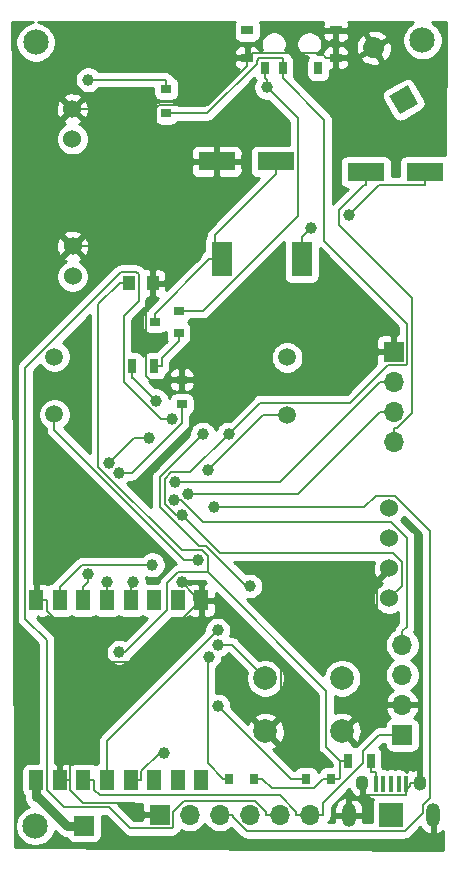
<source format=gbr>
G04 #@! TF.GenerationSoftware,KiCad,Pcbnew,5.1.6-c6e7f7d~87~ubuntu18.04.1*
G04 #@! TF.CreationDate,2021-04-09T16:44:34+05:30*
G04 #@! TF.ProjectId,Sensor_pcb_v4,53656e73-6f72-45f7-9063-625f76342e6b,rev?*
G04 #@! TF.SameCoordinates,Original*
G04 #@! TF.FileFunction,Copper,L1,Top*
G04 #@! TF.FilePolarity,Positive*
%FSLAX46Y46*%
G04 Gerber Fmt 4.6, Leading zero omitted, Abs format (unit mm)*
G04 Created by KiCad (PCBNEW 5.1.6-c6e7f7d~87~ubuntu18.04.1) date 2021-04-09 16:44:34*
%MOMM*%
%LPD*%
G01*
G04 APERTURE LIST*
G04 #@! TA.AperFunction,ComponentPad*
%ADD10C,2.150000*%
G04 #@! TD*
G04 #@! TA.AperFunction,SMDPad,CuDef*
%ADD11R,3.110000X1.580000*%
G04 #@! TD*
G04 #@! TA.AperFunction,ComponentPad*
%ADD12O,1.200000X2.000000*%
G04 #@! TD*
G04 #@! TA.AperFunction,SMDPad,CuDef*
%ADD13R,2.000000X2.000000*%
G04 #@! TD*
G04 #@! TA.AperFunction,SMDPad,CuDef*
%ADD14R,0.400000X1.350000*%
G04 #@! TD*
G04 #@! TA.AperFunction,ComponentPad*
%ADD15O,1.100000X1.300000*%
G04 #@! TD*
G04 #@! TA.AperFunction,ComponentPad*
%ADD16C,1.524000*%
G04 #@! TD*
G04 #@! TA.AperFunction,ComponentPad*
%ADD17R,1.700000X1.700000*%
G04 #@! TD*
G04 #@! TA.AperFunction,ComponentPad*
%ADD18O,1.700000X1.700000*%
G04 #@! TD*
G04 #@! TA.AperFunction,SMDPad,CuDef*
%ADD19R,1.000000X0.800000*%
G04 #@! TD*
G04 #@! TA.AperFunction,SMDPad,CuDef*
%ADD20R,0.700000X1.100000*%
G04 #@! TD*
G04 #@! TA.AperFunction,SMDPad,CuDef*
%ADD21R,0.900000X0.800000*%
G04 #@! TD*
G04 #@! TA.AperFunction,SMDPad,CuDef*
%ADD22R,1.200000X1.700000*%
G04 #@! TD*
G04 #@! TA.AperFunction,ComponentPad*
%ADD23C,0.100000*%
G04 #@! TD*
G04 #@! TA.AperFunction,ComponentPad*
%ADD24C,1.500000*%
G04 #@! TD*
G04 #@! TA.AperFunction,ComponentPad*
%ADD25C,2.000000*%
G04 #@! TD*
G04 #@! TA.AperFunction,SMDPad,CuDef*
%ADD26R,1.750000X3.000000*%
G04 #@! TD*
G04 #@! TA.AperFunction,SMDPad,CuDef*
%ADD27R,1.000000X1.250000*%
G04 #@! TD*
G04 #@! TA.AperFunction,SMDPad,CuDef*
%ADD28R,0.800000X0.900000*%
G04 #@! TD*
G04 #@! TA.AperFunction,SMDPad,CuDef*
%ADD29R,0.700000X1.300000*%
G04 #@! TD*
G04 #@! TA.AperFunction,ViaPad*
%ADD30C,1.000000*%
G04 #@! TD*
G04 #@! TA.AperFunction,Conductor*
%ADD31C,0.800000*%
G04 #@! TD*
G04 #@! TA.AperFunction,Conductor*
%ADD32C,0.200000*%
G04 #@! TD*
G04 #@! TA.AperFunction,Conductor*
%ADD33C,0.254000*%
G04 #@! TD*
G04 APERTURE END LIST*
D10*
X25146000Y-87637600D03*
X57919600Y-21099800D03*
X25166300Y-21292800D03*
D11*
X45489500Y-31363900D03*
X40489500Y-31363900D03*
D12*
X51677600Y-86741000D03*
D13*
X55252600Y-86741000D03*
D12*
X58827600Y-86741000D03*
D14*
X53952600Y-84066000D03*
X54602600Y-84066000D03*
X55252600Y-84066000D03*
X55902600Y-84066000D03*
X56552600Y-84066000D03*
D15*
X52827600Y-83991000D03*
X57677600Y-83991000D03*
D16*
X28273100Y-26924300D03*
X28283100Y-29464300D03*
X28288400Y-38552500D03*
X28298400Y-41092500D03*
X55107500Y-60744100D03*
X55107500Y-63284100D03*
X55107500Y-65824100D03*
X55107500Y-68364100D03*
D17*
X35679400Y-86669900D03*
D18*
X38219400Y-86669900D03*
X40759400Y-86669900D03*
X43299400Y-86669900D03*
X45839400Y-86669900D03*
X48379400Y-86669900D03*
D19*
X43082500Y-20274900D03*
X43082500Y-22574900D03*
X50582500Y-20274900D03*
X50582500Y-22574900D03*
D20*
X44582500Y-23474900D03*
X46082500Y-23474900D03*
X49082500Y-23474900D03*
D21*
X37541200Y-49833800D03*
X37541200Y-51933800D03*
D17*
X56200000Y-79926200D03*
D18*
X56200000Y-77386200D03*
X56200000Y-74846200D03*
X56200000Y-72306200D03*
D22*
X25204700Y-68526400D03*
X27204700Y-68526400D03*
X29204700Y-68526400D03*
X31204700Y-68526400D03*
X33204700Y-68526400D03*
X35204700Y-68526400D03*
X37204700Y-68526400D03*
X39204700Y-68526400D03*
X39204700Y-83756400D03*
X37204700Y-83756400D03*
X35204700Y-83756400D03*
X33204700Y-83756400D03*
X31204700Y-83756400D03*
X29204700Y-83756400D03*
X27204700Y-83756400D03*
X25204700Y-83756400D03*
D17*
X29255700Y-87609700D03*
X55473600Y-47475100D03*
D18*
X55473600Y-50015100D03*
X55473600Y-52555100D03*
X55473600Y-55095100D03*
D21*
X36215000Y-25193300D03*
X36215000Y-27293300D03*
G04 #@! TA.AperFunction,ComponentPad*
G36*
G01*
X54234500Y-22516614D02*
X54234500Y-22516614D01*
G75*
G02*
X53005077Y-22187191I-450000J779423D01*
G01*
X53005077Y-22187191D01*
G75*
G02*
X53334500Y-20957768I779423J450000D01*
G01*
X53334500Y-20957768D01*
G75*
G02*
X54563923Y-21287191I450000J-779423D01*
G01*
X54563923Y-21287191D01*
G75*
G02*
X54234500Y-22516614I-779423J-450000D01*
G01*
G37*
G04 #@! TD.AperFunction*
G04 #@! TA.AperFunction,ComponentPad*
D23*
G36*
X57553923Y-26466023D02*
G01*
X55995077Y-27366023D01*
X55095077Y-25807177D01*
X56653923Y-24907177D01*
X57553923Y-26466023D01*
G37*
G04 #@! TD.AperFunction*
D24*
X46454100Y-52830100D03*
X46454100Y-47950100D03*
X26746200Y-47896800D03*
X26746200Y-52776800D03*
D25*
X44620000Y-79618800D03*
X44620000Y-75118800D03*
X51120000Y-79618800D03*
X51120000Y-75118800D03*
D11*
X58120900Y-32250400D03*
X53120900Y-32250400D03*
D26*
X40940400Y-39603700D03*
X47690400Y-39603700D03*
D27*
X33076600Y-41658500D03*
X35076600Y-41658500D03*
D28*
X48066000Y-83657400D03*
X50166000Y-83657400D03*
X43673700Y-83644700D03*
X41573700Y-83644700D03*
D21*
X37268700Y-45892800D03*
X37268700Y-43992800D03*
X35268700Y-44942800D03*
D29*
X53528000Y-82110600D03*
X51628000Y-82110600D03*
X35191700Y-48714700D03*
X33291700Y-48714700D03*
D30*
X40615500Y-72277100D03*
X39719300Y-57531000D03*
X38873700Y-65089900D03*
X44735400Y-25097200D03*
X41514000Y-54441200D03*
X37563700Y-61296400D03*
X40307600Y-60621900D03*
X36026400Y-81416900D03*
X35034400Y-65521100D03*
X31204700Y-66952200D03*
X29587700Y-66328400D03*
X33433800Y-66953000D03*
X29618500Y-24451200D03*
X38047200Y-59486100D03*
X36973000Y-58493100D03*
X40584100Y-71042700D03*
X37536100Y-66971600D03*
X36893300Y-60030000D03*
X32190900Y-57734300D03*
X34745500Y-54770100D03*
X31343200Y-56884400D03*
X48502400Y-37042900D03*
X43299400Y-67309900D03*
X39324800Y-54443400D03*
X36711300Y-53208700D03*
X51668400Y-35874000D03*
X32235000Y-72917800D03*
X40604800Y-77500000D03*
X39820100Y-73285000D03*
X35343200Y-51621800D03*
D31*
X25204700Y-83756400D02*
X25204700Y-85206700D01*
X29255700Y-87609700D02*
X27805400Y-87609700D01*
X27805400Y-87609700D02*
X25402400Y-85206700D01*
X25402400Y-85206700D02*
X25204700Y-85206700D01*
D32*
X44620000Y-75118800D02*
X41778300Y-72277100D01*
X41778300Y-72277100D02*
X40615500Y-72277100D01*
X46454100Y-52830100D02*
X44420200Y-52830100D01*
X44420200Y-52830100D02*
X39719300Y-57531000D01*
X26746200Y-52776800D02*
X26746200Y-54100900D01*
X26746200Y-54100900D02*
X37735200Y-65089900D01*
X37735200Y-65089900D02*
X38873700Y-65089900D01*
X37268700Y-43992800D02*
X39351700Y-43992800D01*
X39351700Y-43992800D02*
X47344900Y-35999600D01*
X47344900Y-35999600D02*
X47344900Y-27706700D01*
X47344900Y-27706700D02*
X44735400Y-25097200D01*
X44735400Y-25097200D02*
X44735400Y-24478100D01*
X44735400Y-24478100D02*
X44582500Y-24325200D01*
X44582500Y-23474900D02*
X44582500Y-24325200D01*
X41514000Y-54441200D02*
X38262400Y-57692800D01*
X38262400Y-57692800D02*
X36641500Y-57692800D01*
X36641500Y-57692800D02*
X36091300Y-58243000D01*
X36091300Y-58243000D02*
X36091300Y-60359800D01*
X36091300Y-60359800D02*
X37027900Y-61296400D01*
X37027900Y-61296400D02*
X37563700Y-61296400D01*
X46082500Y-23474900D02*
X46082500Y-24325200D01*
X41514000Y-54441200D02*
X44175500Y-51779700D01*
X44175500Y-51779700D02*
X51808800Y-51779700D01*
X51808800Y-51779700D02*
X54962700Y-48625800D01*
X54962700Y-48625800D02*
X56520200Y-48625800D01*
X56520200Y-48625800D02*
X56624000Y-48522000D01*
X56624000Y-48522000D02*
X56624000Y-45100500D01*
X56624000Y-45100500D02*
X49601000Y-38077500D01*
X49601000Y-38077500D02*
X49601000Y-27843700D01*
X49601000Y-27843700D02*
X46082500Y-24325200D01*
X55107500Y-68364100D02*
X56178600Y-67293000D01*
X56178600Y-67293000D02*
X56178600Y-65321000D01*
X56178600Y-65321000D02*
X55398800Y-64541200D01*
X55398800Y-64541200D02*
X40808500Y-64541200D01*
X40808500Y-64541200D02*
X37563700Y-61296400D01*
X46082500Y-23474900D02*
X46082500Y-22624600D01*
X36215000Y-27293300D02*
X39689400Y-27293300D01*
X39689400Y-27293300D02*
X43882900Y-23099800D01*
X43882900Y-23099800D02*
X43882900Y-22832400D01*
X43882900Y-22832400D02*
X44090700Y-22624600D01*
X44090700Y-22624600D02*
X46082500Y-22624600D01*
X48379400Y-86669900D02*
X49529700Y-86669900D01*
X56200000Y-79926200D02*
X54240300Y-79926200D01*
X54240300Y-79926200D02*
X52877600Y-81288900D01*
X52877600Y-81288900D02*
X52877600Y-82328300D01*
X52877600Y-82328300D02*
X49529700Y-85676200D01*
X49529700Y-85676200D02*
X49529700Y-86669900D01*
X48379400Y-86669900D02*
X47229100Y-86669900D01*
X29204700Y-83756400D02*
X30105000Y-83756400D01*
X30105000Y-83756400D02*
X30105000Y-84544200D01*
X30105000Y-84544200D02*
X30583000Y-85022200D01*
X30583000Y-85022200D02*
X45819700Y-85022200D01*
X45819700Y-85022200D02*
X47229100Y-86431600D01*
X47229100Y-86431600D02*
X47229100Y-86669900D01*
X41909700Y-86669900D02*
X41909700Y-86908300D01*
X41909700Y-86908300D02*
X43044100Y-88042700D01*
X43044100Y-88042700D02*
X56413400Y-88042700D01*
X56413400Y-88042700D02*
X57927200Y-86528900D01*
X57927200Y-86528900D02*
X57927200Y-85841200D01*
X57927200Y-85841200D02*
X58528000Y-85240400D01*
X58528000Y-85240400D02*
X58528000Y-62612800D01*
X58528000Y-62612800D02*
X55566100Y-59650900D01*
X55566100Y-59650900D02*
X53961000Y-59650900D01*
X53961000Y-59650900D02*
X52990000Y-60621900D01*
X52990000Y-60621900D02*
X40307600Y-60621900D01*
X40759400Y-86669900D02*
X41909700Y-86669900D01*
X33204700Y-83756400D02*
X34105000Y-83756400D01*
X34105000Y-83756400D02*
X34105000Y-82976600D01*
X34105000Y-82976600D02*
X35664700Y-81416900D01*
X35664700Y-81416900D02*
X36026400Y-81416900D01*
X27204700Y-67376100D02*
X29059700Y-65521100D01*
X29059700Y-65521100D02*
X35034400Y-65521100D01*
X27204700Y-68526400D02*
X27204700Y-67376100D01*
X31204700Y-68526400D02*
X31204700Y-66952200D01*
X29204700Y-68526400D02*
X29204700Y-67376100D01*
X29204700Y-67376100D02*
X29587700Y-66993100D01*
X29587700Y-66993100D02*
X29587700Y-66328400D01*
X33204700Y-67376100D02*
X33204700Y-67182100D01*
X33204700Y-67182100D02*
X33433800Y-66953000D01*
X33204700Y-68526400D02*
X33204700Y-67376100D01*
X36215000Y-25193300D02*
X36215000Y-24493000D01*
X29618500Y-24451200D02*
X36173200Y-24451200D01*
X36173200Y-24451200D02*
X36215000Y-24493000D01*
X54323300Y-52555100D02*
X47392300Y-59486100D01*
X47392300Y-59486100D02*
X38047200Y-59486100D01*
X55473600Y-52555100D02*
X54323300Y-52555100D01*
X55473600Y-50015100D02*
X54323300Y-50015100D01*
X54323300Y-50015100D02*
X45845300Y-58493100D01*
X45845300Y-58493100D02*
X36973000Y-58493100D01*
X31204700Y-83756400D02*
X31204700Y-80422100D01*
X31204700Y-80422100D02*
X40584100Y-71042700D01*
X28079800Y-73760000D02*
X28079800Y-71401500D01*
X28079800Y-71401500D02*
X26105000Y-69426700D01*
X26105000Y-69426700D02*
X26105000Y-68526400D01*
X38891100Y-68526400D02*
X38891100Y-68773500D01*
X38891100Y-68773500D02*
X33904600Y-73760000D01*
X33904600Y-73760000D02*
X28079800Y-73760000D01*
X28079800Y-83756400D02*
X28105000Y-83756400D01*
X27204700Y-83756400D02*
X28079800Y-83756400D01*
X28079800Y-73760000D02*
X28079800Y-83756400D01*
X35679400Y-86669900D02*
X34529100Y-86669900D01*
X34529100Y-86669900D02*
X33514300Y-85655100D01*
X33514300Y-85655100D02*
X29215900Y-85655100D01*
X29215900Y-85655100D02*
X28105000Y-84544200D01*
X28105000Y-84544200D02*
X28105000Y-83756400D01*
X38891100Y-68526400D02*
X38615900Y-68526400D01*
X38927300Y-68526400D02*
X38891100Y-68526400D01*
X25204700Y-68526400D02*
X26105000Y-68526400D01*
X35076600Y-41658500D02*
X35076600Y-42583800D01*
X37541200Y-49833800D02*
X34827400Y-49833800D01*
X34827400Y-49833800D02*
X34518300Y-49524700D01*
X34518300Y-49524700D02*
X34518300Y-43142100D01*
X34518300Y-43142100D02*
X35076600Y-42583800D01*
X37916400Y-49833800D02*
X37541200Y-49833800D01*
X37536100Y-66971600D02*
X38615900Y-68051400D01*
X38615900Y-68051400D02*
X38615900Y-68526400D01*
X35374300Y-26924300D02*
X35374300Y-28104000D01*
X35374300Y-28104000D02*
X38634200Y-31363900D01*
X38634200Y-31363900D02*
X32895900Y-37102200D01*
X32895900Y-37102200D02*
X32895900Y-38552500D01*
X32895900Y-38552500D02*
X28288400Y-38552500D01*
X35076600Y-40733200D02*
X32895900Y-38552500D01*
X43082500Y-23275200D02*
X39764800Y-26592900D01*
X39764800Y-26592900D02*
X35590100Y-26592900D01*
X35590100Y-26592900D02*
X35374300Y-26808700D01*
X35374300Y-26808700D02*
X35374300Y-26924300D01*
X35374300Y-26924300D02*
X28273100Y-26924300D01*
X40489500Y-31363900D02*
X38634200Y-31363900D01*
X35076600Y-41658500D02*
X35076600Y-40733200D01*
X38291500Y-49833800D02*
X51964600Y-49833800D01*
X51964600Y-49833800D02*
X54323300Y-47475100D01*
X37916400Y-49833800D02*
X38291500Y-49833800D01*
X43082500Y-22574900D02*
X43082500Y-23275200D01*
X54033700Y-77386200D02*
X55149800Y-77386200D01*
X51120000Y-79618800D02*
X53352600Y-77386200D01*
X53352600Y-77386200D02*
X54033700Y-77386200D01*
X55107500Y-65824100D02*
X54033700Y-66897900D01*
X54033700Y-66897900D02*
X54033700Y-77386200D01*
X39204700Y-68526400D02*
X40105000Y-68526400D01*
X40105000Y-68526400D02*
X45931300Y-74352700D01*
X45931300Y-74352700D02*
X45931300Y-78307500D01*
X45931300Y-78307500D02*
X44620000Y-79618800D01*
X38927300Y-68526400D02*
X39204700Y-68526400D01*
X52827600Y-84941300D02*
X52328200Y-85440700D01*
X52328200Y-85440700D02*
X51677600Y-85440700D01*
X51677600Y-86741000D02*
X51677600Y-85440700D01*
X52827600Y-84941300D02*
X52927600Y-85041300D01*
X52927600Y-85041300D02*
X56552600Y-85041300D01*
X50582500Y-20274900D02*
X50582500Y-20975200D01*
X49132600Y-22175300D02*
X50332700Y-20975200D01*
X50332700Y-20975200D02*
X50582500Y-20975200D01*
X49132600Y-22175300D02*
X49382600Y-22175300D01*
X49382600Y-22175300D02*
X49782200Y-22574900D01*
X43082500Y-22574900D02*
X43482100Y-22175300D01*
X43482100Y-22175300D02*
X49132600Y-22175300D01*
X50582500Y-22574900D02*
X51382800Y-22574900D01*
X53784500Y-21737200D02*
X52629700Y-22404000D01*
X52629700Y-22404000D02*
X52629600Y-22403900D01*
X52629600Y-22403900D02*
X51553800Y-22403900D01*
X51553800Y-22403900D02*
X51382800Y-22574900D01*
X50582500Y-22574900D02*
X49782200Y-22574900D01*
X57677600Y-83991000D02*
X56827300Y-83991000D01*
X56552600Y-84553600D02*
X56827300Y-84278900D01*
X56827300Y-84278900D02*
X56827300Y-83991000D01*
X56552600Y-84553600D02*
X56552600Y-85041300D01*
X56552600Y-84066000D02*
X56552600Y-84553600D01*
X52827600Y-83991000D02*
X52827600Y-84941300D01*
X56200000Y-77386200D02*
X55149800Y-77386200D01*
X55473600Y-47475100D02*
X54323300Y-47475100D01*
X56200000Y-71155900D02*
X56579000Y-70776900D01*
X56579000Y-70776900D02*
X56579000Y-63217400D01*
X56579000Y-63217400D02*
X55291700Y-61930100D01*
X55291700Y-61930100D02*
X39352900Y-61930100D01*
X39352900Y-61930100D02*
X37452800Y-60030000D01*
X37452800Y-60030000D02*
X36893300Y-60030000D01*
X56200000Y-72306200D02*
X56200000Y-71155900D01*
X37541200Y-52634100D02*
X37541200Y-53510700D01*
X37541200Y-53510700D02*
X33317600Y-57734300D01*
X33317600Y-57734300D02*
X32190900Y-57734300D01*
X37541200Y-51933800D02*
X37541200Y-52634100D01*
X31343200Y-56884400D02*
X33457500Y-54770100D01*
X33457500Y-54770100D02*
X34745500Y-54770100D01*
X55473600Y-53944800D02*
X55761200Y-53944800D01*
X55761200Y-53944800D02*
X57024300Y-52681700D01*
X57024300Y-52681700D02*
X57024300Y-42920600D01*
X57024300Y-42920600D02*
X50868000Y-36764300D01*
X50868000Y-36764300D02*
X50868000Y-35457300D01*
X50868000Y-35457300D02*
X52984600Y-33340700D01*
X52984600Y-33340700D02*
X53120900Y-33340700D01*
X53120900Y-32250400D02*
X53120900Y-33340700D01*
X55473600Y-55095100D02*
X55473600Y-53944800D01*
X47690400Y-39603700D02*
X47690400Y-37803400D01*
X47690400Y-37803400D02*
X47741900Y-37803400D01*
X47741900Y-37803400D02*
X48502400Y-37042900D01*
X39324800Y-54443400D02*
X35666000Y-58102200D01*
X35666000Y-58102200D02*
X35666000Y-60585300D01*
X35666000Y-60585300D02*
X38970000Y-63889300D01*
X38970000Y-63889300D02*
X39565800Y-63889300D01*
X39565800Y-63889300D02*
X42986400Y-67309900D01*
X42986400Y-67309900D02*
X43299400Y-67309900D01*
X44689100Y-86669900D02*
X44689100Y-86431600D01*
X44689100Y-86431600D02*
X43777000Y-85519500D01*
X43777000Y-85519500D02*
X37742800Y-85519500D01*
X37742800Y-85519500D02*
X36829800Y-86432500D01*
X36829800Y-86432500D02*
X36829800Y-87682200D01*
X36829800Y-87682200D02*
X36691700Y-87820300D01*
X36691700Y-87820300D02*
X33154700Y-87820300D01*
X33154700Y-87820300D02*
X31389900Y-86055500D01*
X31389900Y-86055500D02*
X27605600Y-86055500D01*
X27605600Y-86055500D02*
X26105100Y-84555000D01*
X26105100Y-84555000D02*
X26105100Y-71908200D01*
X26105100Y-71908200D02*
X24289400Y-70092500D01*
X24289400Y-70092500D02*
X24289400Y-48827800D01*
X24289400Y-48827800D02*
X32384100Y-40733100D01*
X32384100Y-40733100D02*
X33702000Y-40733100D01*
X33702000Y-40733100D02*
X33877000Y-40908100D01*
X33877000Y-40908100D02*
X33877000Y-43217100D01*
X33877000Y-43217100D02*
X32626600Y-44467500D01*
X32626600Y-44467500D02*
X32626600Y-50037000D01*
X32626600Y-50037000D02*
X35798300Y-53208700D01*
X35798300Y-53208700D02*
X36711300Y-53208700D01*
X45839400Y-86669900D02*
X44689100Y-86669900D01*
X58120900Y-32250400D02*
X58120900Y-33340700D01*
X58120900Y-33340700D02*
X54201700Y-33340700D01*
X54201700Y-33340700D02*
X51668400Y-35874000D01*
X39732900Y-66155900D02*
X37213700Y-66155900D01*
X37213700Y-66155900D02*
X36304300Y-67065300D01*
X36304300Y-67065300D02*
X36304300Y-69361100D01*
X36304300Y-69361100D02*
X32747600Y-72917800D01*
X32747600Y-72917800D02*
X32235000Y-72917800D01*
X50977700Y-82110600D02*
X49786300Y-80919200D01*
X49786300Y-80919200D02*
X49786300Y-76209300D01*
X49786300Y-76209300D02*
X39732900Y-66155900D01*
X39732900Y-66155900D02*
X39732900Y-64780100D01*
X39732900Y-64780100D02*
X39242400Y-64289600D01*
X39242400Y-64289600D02*
X37550000Y-64289600D01*
X37550000Y-64289600D02*
X30487500Y-57227100D01*
X30487500Y-57227100D02*
X30487500Y-43447300D01*
X30487500Y-43447300D02*
X32276300Y-41658500D01*
X44023900Y-83644700D02*
X43673700Y-83644700D01*
X44023900Y-83644700D02*
X44374000Y-83644700D01*
X33076600Y-41658500D02*
X32276300Y-41658500D01*
X50166000Y-83657400D02*
X49465700Y-83657400D01*
X44374000Y-83644700D02*
X45137100Y-84407800D01*
X45137100Y-84407800D02*
X48715300Y-84407800D01*
X48715300Y-84407800D02*
X49465700Y-83657400D01*
X50166000Y-83657400D02*
X50866300Y-83657400D01*
X51628000Y-82110600D02*
X50977700Y-82110600D01*
X50977700Y-82110600D02*
X50977700Y-83546000D01*
X50977700Y-83546000D02*
X50866300Y-83657400D01*
X40604800Y-77500000D02*
X46762200Y-83657400D01*
X46762200Y-83657400D02*
X48066000Y-83657400D01*
X39820100Y-73285000D02*
X39725700Y-73379400D01*
X39725700Y-73379400D02*
X39725700Y-82331200D01*
X39725700Y-82331200D02*
X41039200Y-83644700D01*
X41573700Y-83644700D02*
X41039200Y-83644700D01*
X53952600Y-84066000D02*
X53952600Y-83090700D01*
X53528000Y-82110600D02*
X53528000Y-83060900D01*
X53528000Y-83060900D02*
X53557800Y-83090700D01*
X53557800Y-83090700D02*
X53952600Y-83090700D01*
X37268700Y-45892800D02*
X37268700Y-46593100D01*
X35191700Y-48714700D02*
X35842000Y-48714700D01*
X35842000Y-48714700D02*
X35842000Y-48019800D01*
X35842000Y-48019800D02*
X37268700Y-46593100D01*
X33291700Y-48714700D02*
X33291700Y-49665000D01*
X33291700Y-49665000D02*
X33386400Y-49665000D01*
X33386400Y-49665000D02*
X35343200Y-51621800D01*
X45489500Y-31363900D02*
X45489500Y-32454200D01*
X40352800Y-39603700D02*
X40352800Y-37590900D01*
X40352800Y-37590900D02*
X45489500Y-32454200D01*
X40352800Y-39603700D02*
X39765100Y-39603700D01*
X40940400Y-39603700D02*
X40352800Y-39603700D01*
X35268700Y-44942800D02*
X35268700Y-44242500D01*
X35268700Y-44242500D02*
X39765100Y-39746100D01*
X39765100Y-39746100D02*
X39765100Y-39603700D01*
D33*
G36*
X59840601Y-30846788D02*
G01*
X59800382Y-30834588D01*
X59675900Y-30822328D01*
X56565900Y-30822328D01*
X56441418Y-30834588D01*
X56321720Y-30870898D01*
X56211406Y-30929863D01*
X56114715Y-31009215D01*
X56035363Y-31105906D01*
X55976398Y-31216220D01*
X55940088Y-31335918D01*
X55927828Y-31460400D01*
X55927828Y-32605700D01*
X55313972Y-32605700D01*
X55313972Y-31460400D01*
X55301712Y-31335918D01*
X55265402Y-31216220D01*
X55206437Y-31105906D01*
X55127085Y-31009215D01*
X55030394Y-30929863D01*
X54920080Y-30870898D01*
X54800382Y-30834588D01*
X54675900Y-30822328D01*
X51565900Y-30822328D01*
X51441418Y-30834588D01*
X51321720Y-30870898D01*
X51211406Y-30929863D01*
X51114715Y-31009215D01*
X51035363Y-31105906D01*
X50976398Y-31216220D01*
X50940088Y-31335918D01*
X50927828Y-31460400D01*
X50927828Y-33040400D01*
X50940088Y-33164882D01*
X50976398Y-33284580D01*
X51035363Y-33394894D01*
X51114715Y-33491585D01*
X51211406Y-33570937D01*
X51321720Y-33629902D01*
X51441418Y-33666212D01*
X51565900Y-33678472D01*
X51607381Y-33678472D01*
X50373808Y-34912046D01*
X50345763Y-34935062D01*
X50336000Y-34946958D01*
X50336000Y-27879794D01*
X50339555Y-27843699D01*
X50336000Y-27807604D01*
X50336000Y-27807595D01*
X50325365Y-27699615D01*
X50283337Y-27561067D01*
X50215087Y-27433380D01*
X50123238Y-27321462D01*
X50095193Y-27298446D01*
X48562192Y-25765445D01*
X54458371Y-25765445D01*
X54462464Y-25890462D01*
X54490867Y-26012278D01*
X54542490Y-26126213D01*
X55442490Y-27685059D01*
X55515349Y-27786733D01*
X55606643Y-27872240D01*
X55712865Y-27938292D01*
X55829932Y-27982353D01*
X55953345Y-28002729D01*
X56078362Y-27998636D01*
X56200178Y-27970233D01*
X56314113Y-27918610D01*
X57872959Y-27018610D01*
X57974633Y-26945751D01*
X58060140Y-26854457D01*
X58126192Y-26748235D01*
X58170253Y-26631168D01*
X58190629Y-26507755D01*
X58186536Y-26382738D01*
X58158133Y-26260922D01*
X58106510Y-26146987D01*
X57206510Y-24588141D01*
X57133651Y-24486467D01*
X57042357Y-24400960D01*
X56936135Y-24334908D01*
X56819068Y-24290847D01*
X56695655Y-24270471D01*
X56570638Y-24274564D01*
X56448822Y-24302967D01*
X56334887Y-24354590D01*
X54776041Y-25254590D01*
X54674367Y-25327449D01*
X54588860Y-25418743D01*
X54522808Y-25524965D01*
X54478747Y-25642032D01*
X54458371Y-25765445D01*
X48562192Y-25765445D01*
X47032202Y-24235456D01*
X47058312Y-24149382D01*
X47070572Y-24024900D01*
X47070572Y-22924900D01*
X47058312Y-22800418D01*
X47022002Y-22680720D01*
X46963037Y-22570406D01*
X46883685Y-22473715D01*
X46786994Y-22394363D01*
X46779519Y-22390368D01*
X46764837Y-22341967D01*
X46696587Y-22214280D01*
X46604738Y-22102362D01*
X46492820Y-22010513D01*
X46365133Y-21942263D01*
X46300694Y-21922716D01*
X46375804Y-21741383D01*
X46417500Y-21531763D01*
X46417500Y-21318037D01*
X47247500Y-21318037D01*
X47247500Y-21531763D01*
X47289196Y-21741383D01*
X47370985Y-21938840D01*
X47489725Y-22116547D01*
X47640853Y-22267675D01*
X47818560Y-22386415D01*
X48016017Y-22468204D01*
X48225637Y-22509900D01*
X48251619Y-22509900D01*
X48201963Y-22570406D01*
X48142998Y-22680720D01*
X48106688Y-22800418D01*
X48094428Y-22924900D01*
X48094428Y-24024900D01*
X48106688Y-24149382D01*
X48142998Y-24269080D01*
X48201963Y-24379394D01*
X48281315Y-24476085D01*
X48378006Y-24555437D01*
X48488320Y-24614402D01*
X48608018Y-24650712D01*
X48732500Y-24662972D01*
X49432500Y-24662972D01*
X49556982Y-24650712D01*
X49676680Y-24614402D01*
X49786994Y-24555437D01*
X49883685Y-24476085D01*
X49963037Y-24379394D01*
X50022002Y-24269080D01*
X50058312Y-24149382D01*
X50070572Y-24024900D01*
X50070572Y-23611797D01*
X50082500Y-23612972D01*
X50296750Y-23609900D01*
X50455500Y-23451150D01*
X50455500Y-22701900D01*
X50709500Y-22701900D01*
X50709500Y-23451150D01*
X50868250Y-23609900D01*
X51082500Y-23612972D01*
X51206982Y-23600712D01*
X51326680Y-23564402D01*
X51436994Y-23505437D01*
X51533685Y-23426085D01*
X51613037Y-23329394D01*
X51672002Y-23219080D01*
X51708312Y-23099382D01*
X51720572Y-22974900D01*
X51717500Y-22860650D01*
X51558750Y-22701900D01*
X50709500Y-22701900D01*
X50455500Y-22701900D01*
X50435500Y-22701900D01*
X50435500Y-22532672D01*
X52660686Y-22532672D01*
X52675591Y-22798586D01*
X52903966Y-22994529D01*
X53166180Y-23142153D01*
X53452156Y-23235786D01*
X53750903Y-23271828D01*
X54050941Y-23248894D01*
X54214144Y-23210836D01*
X54359704Y-22987473D01*
X53738015Y-21910676D01*
X52660686Y-22532672D01*
X50435500Y-22532672D01*
X50435500Y-22447900D01*
X50455500Y-22447900D01*
X50455500Y-21698650D01*
X50709500Y-21698650D01*
X50709500Y-22447900D01*
X51558750Y-22447900D01*
X51717500Y-22289150D01*
X51720572Y-22174900D01*
X51708312Y-22050418D01*
X51672002Y-21930720D01*
X51640127Y-21871087D01*
X52255346Y-21871087D01*
X52310850Y-22166837D01*
X52533686Y-22312702D01*
X53449986Y-21783676D01*
X53957985Y-21783676D01*
X54579674Y-22860473D01*
X54845892Y-22846096D01*
X54960453Y-22723787D01*
X55130333Y-22475414D01*
X55248493Y-22198670D01*
X55310393Y-21904191D01*
X55313654Y-21603295D01*
X55258150Y-21307545D01*
X55035314Y-21161680D01*
X53957985Y-21783676D01*
X53449986Y-21783676D01*
X53611015Y-21690706D01*
X52989326Y-20613909D01*
X52723108Y-20628286D01*
X52608547Y-20750595D01*
X52438667Y-20998968D01*
X52320507Y-21275712D01*
X52258607Y-21570191D01*
X52255346Y-21871087D01*
X51640127Y-21871087D01*
X51613037Y-21820406D01*
X51533685Y-21723715D01*
X51436994Y-21644363D01*
X51326680Y-21585398D01*
X51206982Y-21549088D01*
X51082500Y-21536828D01*
X50868250Y-21539900D01*
X50709500Y-21698650D01*
X50455500Y-21698650D01*
X50296750Y-21539900D01*
X50082500Y-21536828D01*
X49958018Y-21549088D01*
X49838320Y-21585398D01*
X49728006Y-21644363D01*
X49631315Y-21723715D01*
X49551963Y-21820406D01*
X49492998Y-21930720D01*
X49456688Y-22050418D01*
X49444428Y-22174900D01*
X49447477Y-22288303D01*
X49432500Y-22286828D01*
X48995483Y-22286828D01*
X49024147Y-22267675D01*
X49175275Y-22116547D01*
X49294015Y-21938840D01*
X49375804Y-21741383D01*
X49417500Y-21531763D01*
X49417500Y-21318037D01*
X49375804Y-21108417D01*
X49294015Y-20910960D01*
X49175275Y-20733253D01*
X49116922Y-20674900D01*
X49444428Y-20674900D01*
X49456688Y-20799382D01*
X49492998Y-20919080D01*
X49551963Y-21029394D01*
X49631315Y-21126085D01*
X49728006Y-21205437D01*
X49838320Y-21264402D01*
X49958018Y-21300712D01*
X50082500Y-21312972D01*
X50296750Y-21309900D01*
X50455500Y-21151150D01*
X50455500Y-20401900D01*
X50709500Y-20401900D01*
X50709500Y-21151150D01*
X50868250Y-21309900D01*
X51082500Y-21312972D01*
X51206982Y-21300712D01*
X51326680Y-21264402D01*
X51436994Y-21205437D01*
X51533685Y-21126085D01*
X51613037Y-21029394D01*
X51672002Y-20919080D01*
X51708312Y-20799382D01*
X51720572Y-20674900D01*
X51717500Y-20560650D01*
X51643759Y-20486909D01*
X53209296Y-20486909D01*
X53830985Y-21563706D01*
X54908314Y-20941710D01*
X54893409Y-20675796D01*
X54665034Y-20479853D01*
X54402820Y-20332229D01*
X54116844Y-20238596D01*
X53818097Y-20202554D01*
X53518059Y-20225488D01*
X53354856Y-20263546D01*
X53209296Y-20486909D01*
X51643759Y-20486909D01*
X51558750Y-20401900D01*
X50709500Y-20401900D01*
X50455500Y-20401900D01*
X49606250Y-20401900D01*
X49447500Y-20560650D01*
X49444428Y-20674900D01*
X49116922Y-20674900D01*
X49024147Y-20582125D01*
X48846440Y-20463385D01*
X48648983Y-20381596D01*
X48439363Y-20339900D01*
X48225637Y-20339900D01*
X48016017Y-20381596D01*
X47818560Y-20463385D01*
X47640853Y-20582125D01*
X47489725Y-20733253D01*
X47370985Y-20910960D01*
X47289196Y-21108417D01*
X47247500Y-21318037D01*
X46417500Y-21318037D01*
X46375804Y-21108417D01*
X46294015Y-20910960D01*
X46175275Y-20733253D01*
X46024147Y-20582125D01*
X45846440Y-20463385D01*
X45648983Y-20381596D01*
X45439363Y-20339900D01*
X45225637Y-20339900D01*
X45016017Y-20381596D01*
X44818560Y-20463385D01*
X44640853Y-20582125D01*
X44489725Y-20733253D01*
X44370985Y-20910960D01*
X44289196Y-21108417D01*
X44247500Y-21318037D01*
X44247500Y-21531763D01*
X44289196Y-21741383D01*
X44350589Y-21889600D01*
X44150023Y-21889600D01*
X44113037Y-21820406D01*
X44033685Y-21723715D01*
X43936994Y-21644363D01*
X43826680Y-21585398D01*
X43706982Y-21549088D01*
X43582500Y-21536828D01*
X43368250Y-21539900D01*
X43209500Y-21698650D01*
X43209500Y-22447900D01*
X43229500Y-22447900D01*
X43229500Y-22495630D01*
X43200563Y-22549767D01*
X43177863Y-22624600D01*
X43158535Y-22688315D01*
X43155227Y-22721900D01*
X42955500Y-22721900D01*
X42955500Y-22701900D01*
X42106250Y-22701900D01*
X41947500Y-22860650D01*
X41944428Y-22974900D01*
X41956688Y-23099382D01*
X41992998Y-23219080D01*
X42051963Y-23329394D01*
X42131315Y-23426085D01*
X42228006Y-23505437D01*
X42338320Y-23564402D01*
X42369418Y-23573835D01*
X39384954Y-26558300D01*
X37205957Y-26558300D01*
X37195537Y-26538806D01*
X37116185Y-26442115D01*
X37019494Y-26362763D01*
X36909180Y-26303798D01*
X36789482Y-26267488D01*
X36665000Y-26255228D01*
X35765000Y-26255228D01*
X35640518Y-26267488D01*
X35520820Y-26303798D01*
X35410506Y-26362763D01*
X35313815Y-26442115D01*
X35234463Y-26538806D01*
X35175498Y-26649120D01*
X35139188Y-26768818D01*
X35126928Y-26893300D01*
X35126928Y-27693300D01*
X35139188Y-27817782D01*
X35175498Y-27937480D01*
X35234463Y-28047794D01*
X35313815Y-28144485D01*
X35410506Y-28223837D01*
X35520820Y-28282802D01*
X35640518Y-28319112D01*
X35765000Y-28331372D01*
X36665000Y-28331372D01*
X36789482Y-28319112D01*
X36909180Y-28282802D01*
X37019494Y-28223837D01*
X37116185Y-28144485D01*
X37195537Y-28047794D01*
X37205957Y-28028300D01*
X39653295Y-28028300D01*
X39689400Y-28031856D01*
X39725505Y-28028300D01*
X39833485Y-28017665D01*
X39972033Y-27975637D01*
X40099720Y-27907387D01*
X40211638Y-27815538D01*
X40234659Y-27787487D01*
X43681338Y-24340809D01*
X43701963Y-24379394D01*
X43781315Y-24476085D01*
X43783929Y-24478231D01*
X43729576Y-24559576D01*
X43644017Y-24766133D01*
X43600400Y-24985412D01*
X43600400Y-25208988D01*
X43644017Y-25428267D01*
X43729576Y-25634824D01*
X43853788Y-25820720D01*
X44011880Y-25978812D01*
X44197776Y-26103024D01*
X44404333Y-26188583D01*
X44623612Y-26232200D01*
X44830954Y-26232200D01*
X46609901Y-28011148D01*
X46609901Y-29935828D01*
X43934500Y-29935828D01*
X43810018Y-29948088D01*
X43690320Y-29984398D01*
X43580006Y-30043363D01*
X43483315Y-30122715D01*
X43403963Y-30219406D01*
X43344998Y-30329720D01*
X43308688Y-30449418D01*
X43296428Y-30573900D01*
X43296428Y-32153900D01*
X43308688Y-32278382D01*
X43344998Y-32398080D01*
X43403963Y-32508394D01*
X43483315Y-32605085D01*
X43580006Y-32684437D01*
X43690320Y-32743402D01*
X43810018Y-32779712D01*
X43934500Y-32791972D01*
X44112281Y-32791972D01*
X39858608Y-37045646D01*
X39830563Y-37068662D01*
X39738714Y-37180580D01*
X39697069Y-37258493D01*
X39670464Y-37308267D01*
X39628435Y-37446815D01*
X39614244Y-37590900D01*
X39617801Y-37627015D01*
X39617801Y-37649572D01*
X39614215Y-37652515D01*
X39534863Y-37749206D01*
X39475898Y-37859520D01*
X39439588Y-37979218D01*
X39427328Y-38103700D01*
X39427328Y-38950835D01*
X39354780Y-38989613D01*
X39242862Y-39081462D01*
X39151013Y-39193380D01*
X39082763Y-39321067D01*
X39053187Y-39418566D01*
X36214435Y-42257319D01*
X36211600Y-41944250D01*
X36052850Y-41785500D01*
X35203600Y-41785500D01*
X35203600Y-42759750D01*
X35362350Y-42918500D01*
X35550555Y-42921199D01*
X34774508Y-43697246D01*
X34746463Y-43720262D01*
X34654614Y-43832180D01*
X34609283Y-43916988D01*
X34592847Y-43947739D01*
X34574520Y-43953298D01*
X34464206Y-44012263D01*
X34367515Y-44091615D01*
X34288163Y-44188306D01*
X34229198Y-44298620D01*
X34192888Y-44418318D01*
X34180628Y-44542800D01*
X34180628Y-45342800D01*
X34192888Y-45467282D01*
X34229198Y-45586980D01*
X34288163Y-45697294D01*
X34367515Y-45793985D01*
X34464206Y-45873337D01*
X34574520Y-45932302D01*
X34694218Y-45968612D01*
X34818700Y-45980872D01*
X35718700Y-45980872D01*
X35843182Y-45968612D01*
X35962880Y-45932302D01*
X36073194Y-45873337D01*
X36169885Y-45793985D01*
X36180628Y-45780895D01*
X36180628Y-46292800D01*
X36192888Y-46417282D01*
X36229198Y-46536980D01*
X36248766Y-46573588D01*
X35395726Y-47426628D01*
X34841700Y-47426628D01*
X34717218Y-47438888D01*
X34597520Y-47475198D01*
X34487206Y-47534163D01*
X34390515Y-47613515D01*
X34311163Y-47710206D01*
X34252198Y-47820520D01*
X34241700Y-47855127D01*
X34231202Y-47820520D01*
X34172237Y-47710206D01*
X34092885Y-47613515D01*
X33996194Y-47534163D01*
X33885880Y-47475198D01*
X33766182Y-47438888D01*
X33641700Y-47426628D01*
X33361600Y-47426628D01*
X33361600Y-44771946D01*
X34371193Y-43762354D01*
X34399238Y-43739338D01*
X34491087Y-43627420D01*
X34510348Y-43591385D01*
X34559337Y-43499734D01*
X34601365Y-43361185D01*
X34615556Y-43217100D01*
X34612000Y-43180995D01*
X34612000Y-42921064D01*
X34790850Y-42918500D01*
X34949600Y-42759750D01*
X34949600Y-41785500D01*
X34929600Y-41785500D01*
X34929600Y-41531500D01*
X34949600Y-41531500D01*
X34949600Y-40557250D01*
X35203600Y-40557250D01*
X35203600Y-41531500D01*
X36052850Y-41531500D01*
X36211600Y-41372750D01*
X36214672Y-41033500D01*
X36202412Y-40909018D01*
X36166102Y-40789320D01*
X36107137Y-40679006D01*
X36027785Y-40582315D01*
X35931094Y-40502963D01*
X35820780Y-40443998D01*
X35701082Y-40407688D01*
X35576600Y-40395428D01*
X35362350Y-40398500D01*
X35203600Y-40557250D01*
X34949600Y-40557250D01*
X34790850Y-40398500D01*
X34576600Y-40395428D01*
X34452118Y-40407688D01*
X34424120Y-40416181D01*
X34399237Y-40385862D01*
X34371192Y-40362846D01*
X34247259Y-40238913D01*
X34224238Y-40210862D01*
X34112320Y-40119013D01*
X33984633Y-40050763D01*
X33846085Y-40008735D01*
X33738105Y-39998100D01*
X33702000Y-39994544D01*
X33665895Y-39998100D01*
X32420205Y-39998100D01*
X32384100Y-39994544D01*
X32240015Y-40008735D01*
X32101466Y-40050763D01*
X31973780Y-40119013D01*
X31861862Y-40210862D01*
X31838846Y-40238907D01*
X23795208Y-48282546D01*
X23767163Y-48305562D01*
X23675314Y-48417480D01*
X23608737Y-48542037D01*
X23607064Y-48545167D01*
X23565035Y-48683715D01*
X23550844Y-48827800D01*
X23554401Y-48863915D01*
X23554400Y-70056395D01*
X23550844Y-70092500D01*
X23554400Y-70128604D01*
X23565035Y-70236584D01*
X23607063Y-70375132D01*
X23675313Y-70502819D01*
X23767162Y-70614737D01*
X23795208Y-70637754D01*
X25370101Y-72212648D01*
X25370100Y-82268328D01*
X24604700Y-82268328D01*
X24480218Y-82280588D01*
X24360520Y-82316898D01*
X24250206Y-82375863D01*
X24153515Y-82455215D01*
X24074163Y-82551906D01*
X24015198Y-82662220D01*
X23978888Y-82781918D01*
X23966628Y-82906400D01*
X23966628Y-84606400D01*
X23978888Y-84730882D01*
X24015198Y-84850580D01*
X24074163Y-84960894D01*
X24153515Y-85057585D01*
X24169701Y-85070868D01*
X24169701Y-85155853D01*
X24164693Y-85206700D01*
X24184676Y-85409595D01*
X24243859Y-85604693D01*
X24339966Y-85784497D01*
X24469304Y-85942096D01*
X24570454Y-86025108D01*
X24336011Y-86122218D01*
X24055939Y-86309356D01*
X23817756Y-86547539D01*
X23630618Y-86827611D01*
X23501714Y-87138811D01*
X23436000Y-87469180D01*
X23436000Y-87806020D01*
X23501714Y-88136389D01*
X23630618Y-88447589D01*
X23817756Y-88727661D01*
X24055939Y-88965844D01*
X24336011Y-89152982D01*
X24647211Y-89281886D01*
X24977580Y-89347600D01*
X25314420Y-89347600D01*
X25644789Y-89281886D01*
X25955989Y-89152982D01*
X26236061Y-88965844D01*
X26474244Y-88727661D01*
X26661382Y-88447589D01*
X26790286Y-88136389D01*
X26803242Y-88071253D01*
X27037597Y-88305608D01*
X27070004Y-88345096D01*
X27109492Y-88377503D01*
X27227602Y-88474434D01*
X27280365Y-88502636D01*
X27407407Y-88570541D01*
X27602505Y-88629724D01*
X27754562Y-88644700D01*
X27754571Y-88644700D01*
X27799591Y-88649134D01*
X27816198Y-88703880D01*
X27875163Y-88814194D01*
X27954515Y-88910885D01*
X28051206Y-88990237D01*
X28161520Y-89049202D01*
X28281218Y-89085512D01*
X28405700Y-89097772D01*
X30105700Y-89097772D01*
X30230182Y-89085512D01*
X30349880Y-89049202D01*
X30460194Y-88990237D01*
X30556885Y-88910885D01*
X30636237Y-88814194D01*
X30695202Y-88703880D01*
X30731512Y-88584182D01*
X30743772Y-88459700D01*
X30743772Y-86790500D01*
X31085454Y-86790500D01*
X32609446Y-88314493D01*
X32632462Y-88342538D01*
X32744380Y-88434387D01*
X32872067Y-88502637D01*
X32968586Y-88531916D01*
X33010614Y-88544665D01*
X33024832Y-88546065D01*
X33118595Y-88555300D01*
X33118602Y-88555300D01*
X33154699Y-88558855D01*
X33190796Y-88555300D01*
X36655595Y-88555300D01*
X36691700Y-88558856D01*
X36727805Y-88555300D01*
X36835785Y-88544665D01*
X36974333Y-88502637D01*
X37102020Y-88434387D01*
X37213938Y-88342538D01*
X37236959Y-88314487D01*
X37323987Y-88227459D01*
X37352038Y-88204438D01*
X37443887Y-88092520D01*
X37504857Y-87978452D01*
X37515989Y-87985890D01*
X37786242Y-88097832D01*
X38073140Y-88154900D01*
X38365660Y-88154900D01*
X38652558Y-88097832D01*
X38922811Y-87985890D01*
X39166032Y-87823375D01*
X39372875Y-87616532D01*
X39489400Y-87442140D01*
X39605925Y-87616532D01*
X39812768Y-87823375D01*
X40055989Y-87985890D01*
X40326242Y-88097832D01*
X40613140Y-88154900D01*
X40905660Y-88154900D01*
X41192558Y-88097832D01*
X41462811Y-87985890D01*
X41706032Y-87823375D01*
X41745680Y-87783727D01*
X42498846Y-88536893D01*
X42521862Y-88564938D01*
X42633780Y-88656787D01*
X42761467Y-88725037D01*
X42900015Y-88767065D01*
X43044100Y-88781256D01*
X43080205Y-88777700D01*
X56377295Y-88777700D01*
X56413400Y-88781256D01*
X56449505Y-88777700D01*
X56557485Y-88767065D01*
X56696033Y-88725037D01*
X56823720Y-88656787D01*
X56935638Y-88564938D01*
X56958658Y-88536888D01*
X57747048Y-87748499D01*
X57871293Y-87932725D01*
X58044126Y-88104078D01*
X58247067Y-88238421D01*
X58472318Y-88330591D01*
X58509991Y-88334462D01*
X58700600Y-88209731D01*
X58700600Y-86868000D01*
X58680600Y-86868000D01*
X58680600Y-86614000D01*
X58700600Y-86614000D01*
X58700600Y-86594000D01*
X58954600Y-86594000D01*
X58954600Y-86614000D01*
X58974600Y-86614000D01*
X58974600Y-86868000D01*
X58954600Y-86868000D01*
X58954600Y-88209731D01*
X59145209Y-88334462D01*
X59182882Y-88330591D01*
X59408133Y-88238421D01*
X59611074Y-88104078D01*
X59640053Y-88075347D01*
X59634567Y-89640876D01*
X23408265Y-89411340D01*
X23264230Y-40954908D01*
X26901400Y-40954908D01*
X26901400Y-41230092D01*
X26955086Y-41499990D01*
X27060395Y-41754227D01*
X27213280Y-41983035D01*
X27407865Y-42177620D01*
X27636673Y-42330505D01*
X27890910Y-42435814D01*
X28160808Y-42489500D01*
X28435992Y-42489500D01*
X28705890Y-42435814D01*
X28960127Y-42330505D01*
X29188935Y-42177620D01*
X29383520Y-41983035D01*
X29536405Y-41754227D01*
X29641714Y-41499990D01*
X29695400Y-41230092D01*
X29695400Y-40954908D01*
X29641714Y-40685010D01*
X29536405Y-40430773D01*
X29383520Y-40201965D01*
X29188935Y-40007380D01*
X28960127Y-39854495D01*
X28883805Y-39822881D01*
X28891423Y-39820136D01*
X29007380Y-39758156D01*
X29074360Y-39518065D01*
X28288400Y-38732105D01*
X27502440Y-39518065D01*
X27569420Y-39758156D01*
X27709843Y-39824187D01*
X27636673Y-39854495D01*
X27407865Y-40007380D01*
X27213280Y-40201965D01*
X27060395Y-40430773D01*
X26955086Y-40685010D01*
X26901400Y-40954908D01*
X23264230Y-40954908D01*
X23257302Y-38624517D01*
X26886490Y-38624517D01*
X26927478Y-38896633D01*
X27020764Y-39155523D01*
X27082744Y-39271480D01*
X27322835Y-39338460D01*
X28108795Y-38552500D01*
X28468005Y-38552500D01*
X29253965Y-39338460D01*
X29494056Y-39271480D01*
X29611156Y-39022452D01*
X29677423Y-38755365D01*
X29690310Y-38480483D01*
X29649322Y-38208367D01*
X29556036Y-37949477D01*
X29494056Y-37833520D01*
X29253965Y-37766540D01*
X28468005Y-38552500D01*
X28108795Y-38552500D01*
X27322835Y-37766540D01*
X27082744Y-37833520D01*
X26965644Y-38082548D01*
X26899377Y-38349635D01*
X26886490Y-38624517D01*
X23257302Y-38624517D01*
X23254218Y-37586935D01*
X27502440Y-37586935D01*
X28288400Y-38372895D01*
X29074360Y-37586935D01*
X29007380Y-37346844D01*
X28758352Y-37229744D01*
X28491265Y-37163477D01*
X28216383Y-37150590D01*
X27944267Y-37191578D01*
X27685377Y-37284864D01*
X27569420Y-37346844D01*
X27502440Y-37586935D01*
X23254218Y-37586935D01*
X23238068Y-32153900D01*
X38296428Y-32153900D01*
X38308688Y-32278382D01*
X38344998Y-32398080D01*
X38403963Y-32508394D01*
X38483315Y-32605085D01*
X38580006Y-32684437D01*
X38690320Y-32743402D01*
X38810018Y-32779712D01*
X38934500Y-32791972D01*
X40203750Y-32788900D01*
X40362500Y-32630150D01*
X40362500Y-31490900D01*
X40616500Y-31490900D01*
X40616500Y-32630150D01*
X40775250Y-32788900D01*
X42044500Y-32791972D01*
X42168982Y-32779712D01*
X42288680Y-32743402D01*
X42398994Y-32684437D01*
X42495685Y-32605085D01*
X42575037Y-32508394D01*
X42634002Y-32398080D01*
X42670312Y-32278382D01*
X42682572Y-32153900D01*
X42679500Y-31649650D01*
X42520750Y-31490900D01*
X40616500Y-31490900D01*
X40362500Y-31490900D01*
X38458250Y-31490900D01*
X38299500Y-31649650D01*
X38296428Y-32153900D01*
X23238068Y-32153900D01*
X23229664Y-29326708D01*
X26886100Y-29326708D01*
X26886100Y-29601892D01*
X26939786Y-29871790D01*
X27045095Y-30126027D01*
X27197980Y-30354835D01*
X27392565Y-30549420D01*
X27621373Y-30702305D01*
X27875610Y-30807614D01*
X28145508Y-30861300D01*
X28420692Y-30861300D01*
X28690590Y-30807614D01*
X28944827Y-30702305D01*
X29136998Y-30573900D01*
X38296428Y-30573900D01*
X38299500Y-31078150D01*
X38458250Y-31236900D01*
X40362500Y-31236900D01*
X40362500Y-30097650D01*
X40616500Y-30097650D01*
X40616500Y-31236900D01*
X42520750Y-31236900D01*
X42679500Y-31078150D01*
X42682572Y-30573900D01*
X42670312Y-30449418D01*
X42634002Y-30329720D01*
X42575037Y-30219406D01*
X42495685Y-30122715D01*
X42398994Y-30043363D01*
X42288680Y-29984398D01*
X42168982Y-29948088D01*
X42044500Y-29935828D01*
X40775250Y-29938900D01*
X40616500Y-30097650D01*
X40362500Y-30097650D01*
X40203750Y-29938900D01*
X38934500Y-29935828D01*
X38810018Y-29948088D01*
X38690320Y-29984398D01*
X38580006Y-30043363D01*
X38483315Y-30122715D01*
X38403963Y-30219406D01*
X38344998Y-30329720D01*
X38308688Y-30449418D01*
X38296428Y-30573900D01*
X29136998Y-30573900D01*
X29173635Y-30549420D01*
X29368220Y-30354835D01*
X29521105Y-30126027D01*
X29626414Y-29871790D01*
X29680100Y-29601892D01*
X29680100Y-29326708D01*
X29626414Y-29056810D01*
X29521105Y-28802573D01*
X29368220Y-28573765D01*
X29173635Y-28379180D01*
X28944827Y-28226295D01*
X28868505Y-28194681D01*
X28876123Y-28191936D01*
X28992080Y-28129956D01*
X29059060Y-27889865D01*
X28273100Y-27103905D01*
X27487140Y-27889865D01*
X27554120Y-28129956D01*
X27694543Y-28195987D01*
X27621373Y-28226295D01*
X27392565Y-28379180D01*
X27197980Y-28573765D01*
X27045095Y-28802573D01*
X26939786Y-29056810D01*
X26886100Y-29326708D01*
X23229664Y-29326708D01*
X23222736Y-26996317D01*
X26871190Y-26996317D01*
X26912178Y-27268433D01*
X27005464Y-27527323D01*
X27067444Y-27643280D01*
X27307535Y-27710260D01*
X28093495Y-26924300D01*
X28452705Y-26924300D01*
X29238665Y-27710260D01*
X29478756Y-27643280D01*
X29595856Y-27394252D01*
X29662123Y-27127165D01*
X29675010Y-26852283D01*
X29634022Y-26580167D01*
X29540736Y-26321277D01*
X29478756Y-26205320D01*
X29238665Y-26138340D01*
X28452705Y-26924300D01*
X28093495Y-26924300D01*
X27307535Y-26138340D01*
X27067444Y-26205320D01*
X26950344Y-26454348D01*
X26884077Y-26721435D01*
X26871190Y-26996317D01*
X23222736Y-26996317D01*
X23219652Y-25958735D01*
X27487140Y-25958735D01*
X28273100Y-26744695D01*
X29059060Y-25958735D01*
X28992080Y-25718644D01*
X28743052Y-25601544D01*
X28475965Y-25535277D01*
X28201083Y-25522390D01*
X27928967Y-25563378D01*
X27670077Y-25656664D01*
X27554120Y-25718644D01*
X27487140Y-25958735D01*
X23219652Y-25958735D01*
X23214839Y-24339412D01*
X28483500Y-24339412D01*
X28483500Y-24562988D01*
X28527117Y-24782267D01*
X28612676Y-24988824D01*
X28736888Y-25174720D01*
X28894980Y-25332812D01*
X29080876Y-25457024D01*
X29287433Y-25542583D01*
X29506712Y-25586200D01*
X29730288Y-25586200D01*
X29949567Y-25542583D01*
X30156124Y-25457024D01*
X30342020Y-25332812D01*
X30488632Y-25186200D01*
X35126928Y-25186200D01*
X35126928Y-25593300D01*
X35139188Y-25717782D01*
X35175498Y-25837480D01*
X35234463Y-25947794D01*
X35313815Y-26044485D01*
X35410506Y-26123837D01*
X35520820Y-26182802D01*
X35640518Y-26219112D01*
X35765000Y-26231372D01*
X36665000Y-26231372D01*
X36789482Y-26219112D01*
X36909180Y-26182802D01*
X37019494Y-26123837D01*
X37116185Y-26044485D01*
X37195537Y-25947794D01*
X37254502Y-25837480D01*
X37290812Y-25717782D01*
X37303072Y-25593300D01*
X37303072Y-24793300D01*
X37290812Y-24668818D01*
X37254502Y-24549120D01*
X37195537Y-24438806D01*
X37116185Y-24342115D01*
X37019494Y-24262763D01*
X36909180Y-24203798D01*
X36890854Y-24198239D01*
X36829087Y-24082680D01*
X36737238Y-23970762D01*
X36714280Y-23951920D01*
X36695438Y-23928962D01*
X36583520Y-23837113D01*
X36455833Y-23768863D01*
X36317285Y-23726835D01*
X36209305Y-23716200D01*
X36173200Y-23712644D01*
X36137095Y-23716200D01*
X30488632Y-23716200D01*
X30342020Y-23569588D01*
X30156124Y-23445376D01*
X29949567Y-23359817D01*
X29730288Y-23316200D01*
X29506712Y-23316200D01*
X29287433Y-23359817D01*
X29080876Y-23445376D01*
X28894980Y-23569588D01*
X28736888Y-23727680D01*
X28612676Y-23913576D01*
X28527117Y-24120133D01*
X28483500Y-24339412D01*
X23214839Y-24339412D01*
X23200738Y-19596075D01*
X24932939Y-19595718D01*
X24667511Y-19648514D01*
X24356311Y-19777418D01*
X24076239Y-19964556D01*
X23838056Y-20202739D01*
X23650918Y-20482811D01*
X23522014Y-20794011D01*
X23456300Y-21124380D01*
X23456300Y-21461220D01*
X23522014Y-21791589D01*
X23650918Y-22102789D01*
X23838056Y-22382861D01*
X24076239Y-22621044D01*
X24356311Y-22808182D01*
X24667511Y-22937086D01*
X24997880Y-23002800D01*
X25334720Y-23002800D01*
X25665089Y-22937086D01*
X25976289Y-22808182D01*
X26256361Y-22621044D01*
X26494544Y-22382861D01*
X26633499Y-22174900D01*
X41944428Y-22174900D01*
X41947500Y-22289150D01*
X42106250Y-22447900D01*
X42955500Y-22447900D01*
X42955500Y-21698650D01*
X42796750Y-21539900D01*
X42582500Y-21536828D01*
X42458018Y-21549088D01*
X42338320Y-21585398D01*
X42228006Y-21644363D01*
X42131315Y-21723715D01*
X42051963Y-21820406D01*
X41992998Y-21930720D01*
X41956688Y-22050418D01*
X41944428Y-22174900D01*
X26633499Y-22174900D01*
X26681682Y-22102789D01*
X26810586Y-21791589D01*
X26876300Y-21461220D01*
X26876300Y-21124380D01*
X26810586Y-20794011D01*
X26681682Y-20482811D01*
X26494544Y-20202739D01*
X26256361Y-19964556D01*
X25976289Y-19777418D01*
X25665089Y-19648514D01*
X25399178Y-19595621D01*
X42013592Y-19592193D01*
X41992998Y-19630720D01*
X41956688Y-19750418D01*
X41944428Y-19874900D01*
X41944428Y-20674900D01*
X41956688Y-20799382D01*
X41992998Y-20919080D01*
X42051963Y-21029394D01*
X42131315Y-21126085D01*
X42228006Y-21205437D01*
X42338320Y-21264402D01*
X42458018Y-21300712D01*
X42582500Y-21312972D01*
X43582500Y-21312972D01*
X43706982Y-21300712D01*
X43826680Y-21264402D01*
X43936994Y-21205437D01*
X44033685Y-21126085D01*
X44113037Y-21029394D01*
X44172002Y-20919080D01*
X44208312Y-20799382D01*
X44220572Y-20674900D01*
X44220572Y-19874900D01*
X44208312Y-19750418D01*
X44172002Y-19630720D01*
X44151173Y-19591752D01*
X49514419Y-19590645D01*
X49492998Y-19630720D01*
X49456688Y-19750418D01*
X49444428Y-19874900D01*
X49447500Y-19989150D01*
X49606250Y-20147900D01*
X50455500Y-20147900D01*
X50455500Y-20127900D01*
X50709500Y-20127900D01*
X50709500Y-20147900D01*
X51558750Y-20147900D01*
X51717500Y-19989150D01*
X51720572Y-19874900D01*
X51708312Y-19750418D01*
X51672002Y-19630720D01*
X51650346Y-19590204D01*
X57102635Y-19589079D01*
X56829539Y-19771556D01*
X56591356Y-20009739D01*
X56404218Y-20289811D01*
X56275314Y-20601011D01*
X56209600Y-20931380D01*
X56209600Y-21268220D01*
X56275314Y-21598589D01*
X56404218Y-21909789D01*
X56591356Y-22189861D01*
X56829539Y-22428044D01*
X57109611Y-22615182D01*
X57420811Y-22744086D01*
X57751180Y-22809800D01*
X58088020Y-22809800D01*
X58418389Y-22744086D01*
X58729589Y-22615182D01*
X59009661Y-22428044D01*
X59247844Y-22189861D01*
X59434982Y-21909789D01*
X59563886Y-21598589D01*
X59629600Y-21268220D01*
X59629600Y-20931380D01*
X59563886Y-20601011D01*
X59434982Y-20289811D01*
X59247844Y-20009739D01*
X59009661Y-19771556D01*
X58736060Y-19588742D01*
X59880054Y-19588506D01*
X59840601Y-30846788D01*
G37*
X59840601Y-30846788D02*
X59800382Y-30834588D01*
X59675900Y-30822328D01*
X56565900Y-30822328D01*
X56441418Y-30834588D01*
X56321720Y-30870898D01*
X56211406Y-30929863D01*
X56114715Y-31009215D01*
X56035363Y-31105906D01*
X55976398Y-31216220D01*
X55940088Y-31335918D01*
X55927828Y-31460400D01*
X55927828Y-32605700D01*
X55313972Y-32605700D01*
X55313972Y-31460400D01*
X55301712Y-31335918D01*
X55265402Y-31216220D01*
X55206437Y-31105906D01*
X55127085Y-31009215D01*
X55030394Y-30929863D01*
X54920080Y-30870898D01*
X54800382Y-30834588D01*
X54675900Y-30822328D01*
X51565900Y-30822328D01*
X51441418Y-30834588D01*
X51321720Y-30870898D01*
X51211406Y-30929863D01*
X51114715Y-31009215D01*
X51035363Y-31105906D01*
X50976398Y-31216220D01*
X50940088Y-31335918D01*
X50927828Y-31460400D01*
X50927828Y-33040400D01*
X50940088Y-33164882D01*
X50976398Y-33284580D01*
X51035363Y-33394894D01*
X51114715Y-33491585D01*
X51211406Y-33570937D01*
X51321720Y-33629902D01*
X51441418Y-33666212D01*
X51565900Y-33678472D01*
X51607381Y-33678472D01*
X50373808Y-34912046D01*
X50345763Y-34935062D01*
X50336000Y-34946958D01*
X50336000Y-27879794D01*
X50339555Y-27843699D01*
X50336000Y-27807604D01*
X50336000Y-27807595D01*
X50325365Y-27699615D01*
X50283337Y-27561067D01*
X50215087Y-27433380D01*
X50123238Y-27321462D01*
X50095193Y-27298446D01*
X48562192Y-25765445D01*
X54458371Y-25765445D01*
X54462464Y-25890462D01*
X54490867Y-26012278D01*
X54542490Y-26126213D01*
X55442490Y-27685059D01*
X55515349Y-27786733D01*
X55606643Y-27872240D01*
X55712865Y-27938292D01*
X55829932Y-27982353D01*
X55953345Y-28002729D01*
X56078362Y-27998636D01*
X56200178Y-27970233D01*
X56314113Y-27918610D01*
X57872959Y-27018610D01*
X57974633Y-26945751D01*
X58060140Y-26854457D01*
X58126192Y-26748235D01*
X58170253Y-26631168D01*
X58190629Y-26507755D01*
X58186536Y-26382738D01*
X58158133Y-26260922D01*
X58106510Y-26146987D01*
X57206510Y-24588141D01*
X57133651Y-24486467D01*
X57042357Y-24400960D01*
X56936135Y-24334908D01*
X56819068Y-24290847D01*
X56695655Y-24270471D01*
X56570638Y-24274564D01*
X56448822Y-24302967D01*
X56334887Y-24354590D01*
X54776041Y-25254590D01*
X54674367Y-25327449D01*
X54588860Y-25418743D01*
X54522808Y-25524965D01*
X54478747Y-25642032D01*
X54458371Y-25765445D01*
X48562192Y-25765445D01*
X47032202Y-24235456D01*
X47058312Y-24149382D01*
X47070572Y-24024900D01*
X47070572Y-22924900D01*
X47058312Y-22800418D01*
X47022002Y-22680720D01*
X46963037Y-22570406D01*
X46883685Y-22473715D01*
X46786994Y-22394363D01*
X46779519Y-22390368D01*
X46764837Y-22341967D01*
X46696587Y-22214280D01*
X46604738Y-22102362D01*
X46492820Y-22010513D01*
X46365133Y-21942263D01*
X46300694Y-21922716D01*
X46375804Y-21741383D01*
X46417500Y-21531763D01*
X46417500Y-21318037D01*
X47247500Y-21318037D01*
X47247500Y-21531763D01*
X47289196Y-21741383D01*
X47370985Y-21938840D01*
X47489725Y-22116547D01*
X47640853Y-22267675D01*
X47818560Y-22386415D01*
X48016017Y-22468204D01*
X48225637Y-22509900D01*
X48251619Y-22509900D01*
X48201963Y-22570406D01*
X48142998Y-22680720D01*
X48106688Y-22800418D01*
X48094428Y-22924900D01*
X48094428Y-24024900D01*
X48106688Y-24149382D01*
X48142998Y-24269080D01*
X48201963Y-24379394D01*
X48281315Y-24476085D01*
X48378006Y-24555437D01*
X48488320Y-24614402D01*
X48608018Y-24650712D01*
X48732500Y-24662972D01*
X49432500Y-24662972D01*
X49556982Y-24650712D01*
X49676680Y-24614402D01*
X49786994Y-24555437D01*
X49883685Y-24476085D01*
X49963037Y-24379394D01*
X50022002Y-24269080D01*
X50058312Y-24149382D01*
X50070572Y-24024900D01*
X50070572Y-23611797D01*
X50082500Y-23612972D01*
X50296750Y-23609900D01*
X50455500Y-23451150D01*
X50455500Y-22701900D01*
X50709500Y-22701900D01*
X50709500Y-23451150D01*
X50868250Y-23609900D01*
X51082500Y-23612972D01*
X51206982Y-23600712D01*
X51326680Y-23564402D01*
X51436994Y-23505437D01*
X51533685Y-23426085D01*
X51613037Y-23329394D01*
X51672002Y-23219080D01*
X51708312Y-23099382D01*
X51720572Y-22974900D01*
X51717500Y-22860650D01*
X51558750Y-22701900D01*
X50709500Y-22701900D01*
X50455500Y-22701900D01*
X50435500Y-22701900D01*
X50435500Y-22532672D01*
X52660686Y-22532672D01*
X52675591Y-22798586D01*
X52903966Y-22994529D01*
X53166180Y-23142153D01*
X53452156Y-23235786D01*
X53750903Y-23271828D01*
X54050941Y-23248894D01*
X54214144Y-23210836D01*
X54359704Y-22987473D01*
X53738015Y-21910676D01*
X52660686Y-22532672D01*
X50435500Y-22532672D01*
X50435500Y-22447900D01*
X50455500Y-22447900D01*
X50455500Y-21698650D01*
X50709500Y-21698650D01*
X50709500Y-22447900D01*
X51558750Y-22447900D01*
X51717500Y-22289150D01*
X51720572Y-22174900D01*
X51708312Y-22050418D01*
X51672002Y-21930720D01*
X51640127Y-21871087D01*
X52255346Y-21871087D01*
X52310850Y-22166837D01*
X52533686Y-22312702D01*
X53449986Y-21783676D01*
X53957985Y-21783676D01*
X54579674Y-22860473D01*
X54845892Y-22846096D01*
X54960453Y-22723787D01*
X55130333Y-22475414D01*
X55248493Y-22198670D01*
X55310393Y-21904191D01*
X55313654Y-21603295D01*
X55258150Y-21307545D01*
X55035314Y-21161680D01*
X53957985Y-21783676D01*
X53449986Y-21783676D01*
X53611015Y-21690706D01*
X52989326Y-20613909D01*
X52723108Y-20628286D01*
X52608547Y-20750595D01*
X52438667Y-20998968D01*
X52320507Y-21275712D01*
X52258607Y-21570191D01*
X52255346Y-21871087D01*
X51640127Y-21871087D01*
X51613037Y-21820406D01*
X51533685Y-21723715D01*
X51436994Y-21644363D01*
X51326680Y-21585398D01*
X51206982Y-21549088D01*
X51082500Y-21536828D01*
X50868250Y-21539900D01*
X50709500Y-21698650D01*
X50455500Y-21698650D01*
X50296750Y-21539900D01*
X50082500Y-21536828D01*
X49958018Y-21549088D01*
X49838320Y-21585398D01*
X49728006Y-21644363D01*
X49631315Y-21723715D01*
X49551963Y-21820406D01*
X49492998Y-21930720D01*
X49456688Y-22050418D01*
X49444428Y-22174900D01*
X49447477Y-22288303D01*
X49432500Y-22286828D01*
X48995483Y-22286828D01*
X49024147Y-22267675D01*
X49175275Y-22116547D01*
X49294015Y-21938840D01*
X49375804Y-21741383D01*
X49417500Y-21531763D01*
X49417500Y-21318037D01*
X49375804Y-21108417D01*
X49294015Y-20910960D01*
X49175275Y-20733253D01*
X49116922Y-20674900D01*
X49444428Y-20674900D01*
X49456688Y-20799382D01*
X49492998Y-20919080D01*
X49551963Y-21029394D01*
X49631315Y-21126085D01*
X49728006Y-21205437D01*
X49838320Y-21264402D01*
X49958018Y-21300712D01*
X50082500Y-21312972D01*
X50296750Y-21309900D01*
X50455500Y-21151150D01*
X50455500Y-20401900D01*
X50709500Y-20401900D01*
X50709500Y-21151150D01*
X50868250Y-21309900D01*
X51082500Y-21312972D01*
X51206982Y-21300712D01*
X51326680Y-21264402D01*
X51436994Y-21205437D01*
X51533685Y-21126085D01*
X51613037Y-21029394D01*
X51672002Y-20919080D01*
X51708312Y-20799382D01*
X51720572Y-20674900D01*
X51717500Y-20560650D01*
X51643759Y-20486909D01*
X53209296Y-20486909D01*
X53830985Y-21563706D01*
X54908314Y-20941710D01*
X54893409Y-20675796D01*
X54665034Y-20479853D01*
X54402820Y-20332229D01*
X54116844Y-20238596D01*
X53818097Y-20202554D01*
X53518059Y-20225488D01*
X53354856Y-20263546D01*
X53209296Y-20486909D01*
X51643759Y-20486909D01*
X51558750Y-20401900D01*
X50709500Y-20401900D01*
X50455500Y-20401900D01*
X49606250Y-20401900D01*
X49447500Y-20560650D01*
X49444428Y-20674900D01*
X49116922Y-20674900D01*
X49024147Y-20582125D01*
X48846440Y-20463385D01*
X48648983Y-20381596D01*
X48439363Y-20339900D01*
X48225637Y-20339900D01*
X48016017Y-20381596D01*
X47818560Y-20463385D01*
X47640853Y-20582125D01*
X47489725Y-20733253D01*
X47370985Y-20910960D01*
X47289196Y-21108417D01*
X47247500Y-21318037D01*
X46417500Y-21318037D01*
X46375804Y-21108417D01*
X46294015Y-20910960D01*
X46175275Y-20733253D01*
X46024147Y-20582125D01*
X45846440Y-20463385D01*
X45648983Y-20381596D01*
X45439363Y-20339900D01*
X45225637Y-20339900D01*
X45016017Y-20381596D01*
X44818560Y-20463385D01*
X44640853Y-20582125D01*
X44489725Y-20733253D01*
X44370985Y-20910960D01*
X44289196Y-21108417D01*
X44247500Y-21318037D01*
X44247500Y-21531763D01*
X44289196Y-21741383D01*
X44350589Y-21889600D01*
X44150023Y-21889600D01*
X44113037Y-21820406D01*
X44033685Y-21723715D01*
X43936994Y-21644363D01*
X43826680Y-21585398D01*
X43706982Y-21549088D01*
X43582500Y-21536828D01*
X43368250Y-21539900D01*
X43209500Y-21698650D01*
X43209500Y-22447900D01*
X43229500Y-22447900D01*
X43229500Y-22495630D01*
X43200563Y-22549767D01*
X43177863Y-22624600D01*
X43158535Y-22688315D01*
X43155227Y-22721900D01*
X42955500Y-22721900D01*
X42955500Y-22701900D01*
X42106250Y-22701900D01*
X41947500Y-22860650D01*
X41944428Y-22974900D01*
X41956688Y-23099382D01*
X41992998Y-23219080D01*
X42051963Y-23329394D01*
X42131315Y-23426085D01*
X42228006Y-23505437D01*
X42338320Y-23564402D01*
X42369418Y-23573835D01*
X39384954Y-26558300D01*
X37205957Y-26558300D01*
X37195537Y-26538806D01*
X37116185Y-26442115D01*
X37019494Y-26362763D01*
X36909180Y-26303798D01*
X36789482Y-26267488D01*
X36665000Y-26255228D01*
X35765000Y-26255228D01*
X35640518Y-26267488D01*
X35520820Y-26303798D01*
X35410506Y-26362763D01*
X35313815Y-26442115D01*
X35234463Y-26538806D01*
X35175498Y-26649120D01*
X35139188Y-26768818D01*
X35126928Y-26893300D01*
X35126928Y-27693300D01*
X35139188Y-27817782D01*
X35175498Y-27937480D01*
X35234463Y-28047794D01*
X35313815Y-28144485D01*
X35410506Y-28223837D01*
X35520820Y-28282802D01*
X35640518Y-28319112D01*
X35765000Y-28331372D01*
X36665000Y-28331372D01*
X36789482Y-28319112D01*
X36909180Y-28282802D01*
X37019494Y-28223837D01*
X37116185Y-28144485D01*
X37195537Y-28047794D01*
X37205957Y-28028300D01*
X39653295Y-28028300D01*
X39689400Y-28031856D01*
X39725505Y-28028300D01*
X39833485Y-28017665D01*
X39972033Y-27975637D01*
X40099720Y-27907387D01*
X40211638Y-27815538D01*
X40234659Y-27787487D01*
X43681338Y-24340809D01*
X43701963Y-24379394D01*
X43781315Y-24476085D01*
X43783929Y-24478231D01*
X43729576Y-24559576D01*
X43644017Y-24766133D01*
X43600400Y-24985412D01*
X43600400Y-25208988D01*
X43644017Y-25428267D01*
X43729576Y-25634824D01*
X43853788Y-25820720D01*
X44011880Y-25978812D01*
X44197776Y-26103024D01*
X44404333Y-26188583D01*
X44623612Y-26232200D01*
X44830954Y-26232200D01*
X46609901Y-28011148D01*
X46609901Y-29935828D01*
X43934500Y-29935828D01*
X43810018Y-29948088D01*
X43690320Y-29984398D01*
X43580006Y-30043363D01*
X43483315Y-30122715D01*
X43403963Y-30219406D01*
X43344998Y-30329720D01*
X43308688Y-30449418D01*
X43296428Y-30573900D01*
X43296428Y-32153900D01*
X43308688Y-32278382D01*
X43344998Y-32398080D01*
X43403963Y-32508394D01*
X43483315Y-32605085D01*
X43580006Y-32684437D01*
X43690320Y-32743402D01*
X43810018Y-32779712D01*
X43934500Y-32791972D01*
X44112281Y-32791972D01*
X39858608Y-37045646D01*
X39830563Y-37068662D01*
X39738714Y-37180580D01*
X39697069Y-37258493D01*
X39670464Y-37308267D01*
X39628435Y-37446815D01*
X39614244Y-37590900D01*
X39617801Y-37627015D01*
X39617801Y-37649572D01*
X39614215Y-37652515D01*
X39534863Y-37749206D01*
X39475898Y-37859520D01*
X39439588Y-37979218D01*
X39427328Y-38103700D01*
X39427328Y-38950835D01*
X39354780Y-38989613D01*
X39242862Y-39081462D01*
X39151013Y-39193380D01*
X39082763Y-39321067D01*
X39053187Y-39418566D01*
X36214435Y-42257319D01*
X36211600Y-41944250D01*
X36052850Y-41785500D01*
X35203600Y-41785500D01*
X35203600Y-42759750D01*
X35362350Y-42918500D01*
X35550555Y-42921199D01*
X34774508Y-43697246D01*
X34746463Y-43720262D01*
X34654614Y-43832180D01*
X34609283Y-43916988D01*
X34592847Y-43947739D01*
X34574520Y-43953298D01*
X34464206Y-44012263D01*
X34367515Y-44091615D01*
X34288163Y-44188306D01*
X34229198Y-44298620D01*
X34192888Y-44418318D01*
X34180628Y-44542800D01*
X34180628Y-45342800D01*
X34192888Y-45467282D01*
X34229198Y-45586980D01*
X34288163Y-45697294D01*
X34367515Y-45793985D01*
X34464206Y-45873337D01*
X34574520Y-45932302D01*
X34694218Y-45968612D01*
X34818700Y-45980872D01*
X35718700Y-45980872D01*
X35843182Y-45968612D01*
X35962880Y-45932302D01*
X36073194Y-45873337D01*
X36169885Y-45793985D01*
X36180628Y-45780895D01*
X36180628Y-46292800D01*
X36192888Y-46417282D01*
X36229198Y-46536980D01*
X36248766Y-46573588D01*
X35395726Y-47426628D01*
X34841700Y-47426628D01*
X34717218Y-47438888D01*
X34597520Y-47475198D01*
X34487206Y-47534163D01*
X34390515Y-47613515D01*
X34311163Y-47710206D01*
X34252198Y-47820520D01*
X34241700Y-47855127D01*
X34231202Y-47820520D01*
X34172237Y-47710206D01*
X34092885Y-47613515D01*
X33996194Y-47534163D01*
X33885880Y-47475198D01*
X33766182Y-47438888D01*
X33641700Y-47426628D01*
X33361600Y-47426628D01*
X33361600Y-44771946D01*
X34371193Y-43762354D01*
X34399238Y-43739338D01*
X34491087Y-43627420D01*
X34510348Y-43591385D01*
X34559337Y-43499734D01*
X34601365Y-43361185D01*
X34615556Y-43217100D01*
X34612000Y-43180995D01*
X34612000Y-42921064D01*
X34790850Y-42918500D01*
X34949600Y-42759750D01*
X34949600Y-41785500D01*
X34929600Y-41785500D01*
X34929600Y-41531500D01*
X34949600Y-41531500D01*
X34949600Y-40557250D01*
X35203600Y-40557250D01*
X35203600Y-41531500D01*
X36052850Y-41531500D01*
X36211600Y-41372750D01*
X36214672Y-41033500D01*
X36202412Y-40909018D01*
X36166102Y-40789320D01*
X36107137Y-40679006D01*
X36027785Y-40582315D01*
X35931094Y-40502963D01*
X35820780Y-40443998D01*
X35701082Y-40407688D01*
X35576600Y-40395428D01*
X35362350Y-40398500D01*
X35203600Y-40557250D01*
X34949600Y-40557250D01*
X34790850Y-40398500D01*
X34576600Y-40395428D01*
X34452118Y-40407688D01*
X34424120Y-40416181D01*
X34399237Y-40385862D01*
X34371192Y-40362846D01*
X34247259Y-40238913D01*
X34224238Y-40210862D01*
X34112320Y-40119013D01*
X33984633Y-40050763D01*
X33846085Y-40008735D01*
X33738105Y-39998100D01*
X33702000Y-39994544D01*
X33665895Y-39998100D01*
X32420205Y-39998100D01*
X32384100Y-39994544D01*
X32240015Y-40008735D01*
X32101466Y-40050763D01*
X31973780Y-40119013D01*
X31861862Y-40210862D01*
X31838846Y-40238907D01*
X23795208Y-48282546D01*
X23767163Y-48305562D01*
X23675314Y-48417480D01*
X23608737Y-48542037D01*
X23607064Y-48545167D01*
X23565035Y-48683715D01*
X23550844Y-48827800D01*
X23554401Y-48863915D01*
X23554400Y-70056395D01*
X23550844Y-70092500D01*
X23554400Y-70128604D01*
X23565035Y-70236584D01*
X23607063Y-70375132D01*
X23675313Y-70502819D01*
X23767162Y-70614737D01*
X23795208Y-70637754D01*
X25370101Y-72212648D01*
X25370100Y-82268328D01*
X24604700Y-82268328D01*
X24480218Y-82280588D01*
X24360520Y-82316898D01*
X24250206Y-82375863D01*
X24153515Y-82455215D01*
X24074163Y-82551906D01*
X24015198Y-82662220D01*
X23978888Y-82781918D01*
X23966628Y-82906400D01*
X23966628Y-84606400D01*
X23978888Y-84730882D01*
X24015198Y-84850580D01*
X24074163Y-84960894D01*
X24153515Y-85057585D01*
X24169701Y-85070868D01*
X24169701Y-85155853D01*
X24164693Y-85206700D01*
X24184676Y-85409595D01*
X24243859Y-85604693D01*
X24339966Y-85784497D01*
X24469304Y-85942096D01*
X24570454Y-86025108D01*
X24336011Y-86122218D01*
X24055939Y-86309356D01*
X23817756Y-86547539D01*
X23630618Y-86827611D01*
X23501714Y-87138811D01*
X23436000Y-87469180D01*
X23436000Y-87806020D01*
X23501714Y-88136389D01*
X23630618Y-88447589D01*
X23817756Y-88727661D01*
X24055939Y-88965844D01*
X24336011Y-89152982D01*
X24647211Y-89281886D01*
X24977580Y-89347600D01*
X25314420Y-89347600D01*
X25644789Y-89281886D01*
X25955989Y-89152982D01*
X26236061Y-88965844D01*
X26474244Y-88727661D01*
X26661382Y-88447589D01*
X26790286Y-88136389D01*
X26803242Y-88071253D01*
X27037597Y-88305608D01*
X27070004Y-88345096D01*
X27109492Y-88377503D01*
X27227602Y-88474434D01*
X27280365Y-88502636D01*
X27407407Y-88570541D01*
X27602505Y-88629724D01*
X27754562Y-88644700D01*
X27754571Y-88644700D01*
X27799591Y-88649134D01*
X27816198Y-88703880D01*
X27875163Y-88814194D01*
X27954515Y-88910885D01*
X28051206Y-88990237D01*
X28161520Y-89049202D01*
X28281218Y-89085512D01*
X28405700Y-89097772D01*
X30105700Y-89097772D01*
X30230182Y-89085512D01*
X30349880Y-89049202D01*
X30460194Y-88990237D01*
X30556885Y-88910885D01*
X30636237Y-88814194D01*
X30695202Y-88703880D01*
X30731512Y-88584182D01*
X30743772Y-88459700D01*
X30743772Y-86790500D01*
X31085454Y-86790500D01*
X32609446Y-88314493D01*
X32632462Y-88342538D01*
X32744380Y-88434387D01*
X32872067Y-88502637D01*
X32968586Y-88531916D01*
X33010614Y-88544665D01*
X33024832Y-88546065D01*
X33118595Y-88555300D01*
X33118602Y-88555300D01*
X33154699Y-88558855D01*
X33190796Y-88555300D01*
X36655595Y-88555300D01*
X36691700Y-88558856D01*
X36727805Y-88555300D01*
X36835785Y-88544665D01*
X36974333Y-88502637D01*
X37102020Y-88434387D01*
X37213938Y-88342538D01*
X37236959Y-88314487D01*
X37323987Y-88227459D01*
X37352038Y-88204438D01*
X37443887Y-88092520D01*
X37504857Y-87978452D01*
X37515989Y-87985890D01*
X37786242Y-88097832D01*
X38073140Y-88154900D01*
X38365660Y-88154900D01*
X38652558Y-88097832D01*
X38922811Y-87985890D01*
X39166032Y-87823375D01*
X39372875Y-87616532D01*
X39489400Y-87442140D01*
X39605925Y-87616532D01*
X39812768Y-87823375D01*
X40055989Y-87985890D01*
X40326242Y-88097832D01*
X40613140Y-88154900D01*
X40905660Y-88154900D01*
X41192558Y-88097832D01*
X41462811Y-87985890D01*
X41706032Y-87823375D01*
X41745680Y-87783727D01*
X42498846Y-88536893D01*
X42521862Y-88564938D01*
X42633780Y-88656787D01*
X42761467Y-88725037D01*
X42900015Y-88767065D01*
X43044100Y-88781256D01*
X43080205Y-88777700D01*
X56377295Y-88777700D01*
X56413400Y-88781256D01*
X56449505Y-88777700D01*
X56557485Y-88767065D01*
X56696033Y-88725037D01*
X56823720Y-88656787D01*
X56935638Y-88564938D01*
X56958658Y-88536888D01*
X57747048Y-87748499D01*
X57871293Y-87932725D01*
X58044126Y-88104078D01*
X58247067Y-88238421D01*
X58472318Y-88330591D01*
X58509991Y-88334462D01*
X58700600Y-88209731D01*
X58700600Y-86868000D01*
X58680600Y-86868000D01*
X58680600Y-86614000D01*
X58700600Y-86614000D01*
X58700600Y-86594000D01*
X58954600Y-86594000D01*
X58954600Y-86614000D01*
X58974600Y-86614000D01*
X58974600Y-86868000D01*
X58954600Y-86868000D01*
X58954600Y-88209731D01*
X59145209Y-88334462D01*
X59182882Y-88330591D01*
X59408133Y-88238421D01*
X59611074Y-88104078D01*
X59640053Y-88075347D01*
X59634567Y-89640876D01*
X23408265Y-89411340D01*
X23264230Y-40954908D01*
X26901400Y-40954908D01*
X26901400Y-41230092D01*
X26955086Y-41499990D01*
X27060395Y-41754227D01*
X27213280Y-41983035D01*
X27407865Y-42177620D01*
X27636673Y-42330505D01*
X27890910Y-42435814D01*
X28160808Y-42489500D01*
X28435992Y-42489500D01*
X28705890Y-42435814D01*
X28960127Y-42330505D01*
X29188935Y-42177620D01*
X29383520Y-41983035D01*
X29536405Y-41754227D01*
X29641714Y-41499990D01*
X29695400Y-41230092D01*
X29695400Y-40954908D01*
X29641714Y-40685010D01*
X29536405Y-40430773D01*
X29383520Y-40201965D01*
X29188935Y-40007380D01*
X28960127Y-39854495D01*
X28883805Y-39822881D01*
X28891423Y-39820136D01*
X29007380Y-39758156D01*
X29074360Y-39518065D01*
X28288400Y-38732105D01*
X27502440Y-39518065D01*
X27569420Y-39758156D01*
X27709843Y-39824187D01*
X27636673Y-39854495D01*
X27407865Y-40007380D01*
X27213280Y-40201965D01*
X27060395Y-40430773D01*
X26955086Y-40685010D01*
X26901400Y-40954908D01*
X23264230Y-40954908D01*
X23257302Y-38624517D01*
X26886490Y-38624517D01*
X26927478Y-38896633D01*
X27020764Y-39155523D01*
X27082744Y-39271480D01*
X27322835Y-39338460D01*
X28108795Y-38552500D01*
X28468005Y-38552500D01*
X29253965Y-39338460D01*
X29494056Y-39271480D01*
X29611156Y-39022452D01*
X29677423Y-38755365D01*
X29690310Y-38480483D01*
X29649322Y-38208367D01*
X29556036Y-37949477D01*
X29494056Y-37833520D01*
X29253965Y-37766540D01*
X28468005Y-38552500D01*
X28108795Y-38552500D01*
X27322835Y-37766540D01*
X27082744Y-37833520D01*
X26965644Y-38082548D01*
X26899377Y-38349635D01*
X26886490Y-38624517D01*
X23257302Y-38624517D01*
X23254218Y-37586935D01*
X27502440Y-37586935D01*
X28288400Y-38372895D01*
X29074360Y-37586935D01*
X29007380Y-37346844D01*
X28758352Y-37229744D01*
X28491265Y-37163477D01*
X28216383Y-37150590D01*
X27944267Y-37191578D01*
X27685377Y-37284864D01*
X27569420Y-37346844D01*
X27502440Y-37586935D01*
X23254218Y-37586935D01*
X23238068Y-32153900D01*
X38296428Y-32153900D01*
X38308688Y-32278382D01*
X38344998Y-32398080D01*
X38403963Y-32508394D01*
X38483315Y-32605085D01*
X38580006Y-32684437D01*
X38690320Y-32743402D01*
X38810018Y-32779712D01*
X38934500Y-32791972D01*
X40203750Y-32788900D01*
X40362500Y-32630150D01*
X40362500Y-31490900D01*
X40616500Y-31490900D01*
X40616500Y-32630150D01*
X40775250Y-32788900D01*
X42044500Y-32791972D01*
X42168982Y-32779712D01*
X42288680Y-32743402D01*
X42398994Y-32684437D01*
X42495685Y-32605085D01*
X42575037Y-32508394D01*
X42634002Y-32398080D01*
X42670312Y-32278382D01*
X42682572Y-32153900D01*
X42679500Y-31649650D01*
X42520750Y-31490900D01*
X40616500Y-31490900D01*
X40362500Y-31490900D01*
X38458250Y-31490900D01*
X38299500Y-31649650D01*
X38296428Y-32153900D01*
X23238068Y-32153900D01*
X23229664Y-29326708D01*
X26886100Y-29326708D01*
X26886100Y-29601892D01*
X26939786Y-29871790D01*
X27045095Y-30126027D01*
X27197980Y-30354835D01*
X27392565Y-30549420D01*
X27621373Y-30702305D01*
X27875610Y-30807614D01*
X28145508Y-30861300D01*
X28420692Y-30861300D01*
X28690590Y-30807614D01*
X28944827Y-30702305D01*
X29136998Y-30573900D01*
X38296428Y-30573900D01*
X38299500Y-31078150D01*
X38458250Y-31236900D01*
X40362500Y-31236900D01*
X40362500Y-30097650D01*
X40616500Y-30097650D01*
X40616500Y-31236900D01*
X42520750Y-31236900D01*
X42679500Y-31078150D01*
X42682572Y-30573900D01*
X42670312Y-30449418D01*
X42634002Y-30329720D01*
X42575037Y-30219406D01*
X42495685Y-30122715D01*
X42398994Y-30043363D01*
X42288680Y-29984398D01*
X42168982Y-29948088D01*
X42044500Y-29935828D01*
X40775250Y-29938900D01*
X40616500Y-30097650D01*
X40362500Y-30097650D01*
X40203750Y-29938900D01*
X38934500Y-29935828D01*
X38810018Y-29948088D01*
X38690320Y-29984398D01*
X38580006Y-30043363D01*
X38483315Y-30122715D01*
X38403963Y-30219406D01*
X38344998Y-30329720D01*
X38308688Y-30449418D01*
X38296428Y-30573900D01*
X29136998Y-30573900D01*
X29173635Y-30549420D01*
X29368220Y-30354835D01*
X29521105Y-30126027D01*
X29626414Y-29871790D01*
X29680100Y-29601892D01*
X29680100Y-29326708D01*
X29626414Y-29056810D01*
X29521105Y-28802573D01*
X29368220Y-28573765D01*
X29173635Y-28379180D01*
X28944827Y-28226295D01*
X28868505Y-28194681D01*
X28876123Y-28191936D01*
X28992080Y-28129956D01*
X29059060Y-27889865D01*
X28273100Y-27103905D01*
X27487140Y-27889865D01*
X27554120Y-28129956D01*
X27694543Y-28195987D01*
X27621373Y-28226295D01*
X27392565Y-28379180D01*
X27197980Y-28573765D01*
X27045095Y-28802573D01*
X26939786Y-29056810D01*
X26886100Y-29326708D01*
X23229664Y-29326708D01*
X23222736Y-26996317D01*
X26871190Y-26996317D01*
X26912178Y-27268433D01*
X27005464Y-27527323D01*
X27067444Y-27643280D01*
X27307535Y-27710260D01*
X28093495Y-26924300D01*
X28452705Y-26924300D01*
X29238665Y-27710260D01*
X29478756Y-27643280D01*
X29595856Y-27394252D01*
X29662123Y-27127165D01*
X29675010Y-26852283D01*
X29634022Y-26580167D01*
X29540736Y-26321277D01*
X29478756Y-26205320D01*
X29238665Y-26138340D01*
X28452705Y-26924300D01*
X28093495Y-26924300D01*
X27307535Y-26138340D01*
X27067444Y-26205320D01*
X26950344Y-26454348D01*
X26884077Y-26721435D01*
X26871190Y-26996317D01*
X23222736Y-26996317D01*
X23219652Y-25958735D01*
X27487140Y-25958735D01*
X28273100Y-26744695D01*
X29059060Y-25958735D01*
X28992080Y-25718644D01*
X28743052Y-25601544D01*
X28475965Y-25535277D01*
X28201083Y-25522390D01*
X27928967Y-25563378D01*
X27670077Y-25656664D01*
X27554120Y-25718644D01*
X27487140Y-25958735D01*
X23219652Y-25958735D01*
X23214839Y-24339412D01*
X28483500Y-24339412D01*
X28483500Y-24562988D01*
X28527117Y-24782267D01*
X28612676Y-24988824D01*
X28736888Y-25174720D01*
X28894980Y-25332812D01*
X29080876Y-25457024D01*
X29287433Y-25542583D01*
X29506712Y-25586200D01*
X29730288Y-25586200D01*
X29949567Y-25542583D01*
X30156124Y-25457024D01*
X30342020Y-25332812D01*
X30488632Y-25186200D01*
X35126928Y-25186200D01*
X35126928Y-25593300D01*
X35139188Y-25717782D01*
X35175498Y-25837480D01*
X35234463Y-25947794D01*
X35313815Y-26044485D01*
X35410506Y-26123837D01*
X35520820Y-26182802D01*
X35640518Y-26219112D01*
X35765000Y-26231372D01*
X36665000Y-26231372D01*
X36789482Y-26219112D01*
X36909180Y-26182802D01*
X37019494Y-26123837D01*
X37116185Y-26044485D01*
X37195537Y-25947794D01*
X37254502Y-25837480D01*
X37290812Y-25717782D01*
X37303072Y-25593300D01*
X37303072Y-24793300D01*
X37290812Y-24668818D01*
X37254502Y-24549120D01*
X37195537Y-24438806D01*
X37116185Y-24342115D01*
X37019494Y-24262763D01*
X36909180Y-24203798D01*
X36890854Y-24198239D01*
X36829087Y-24082680D01*
X36737238Y-23970762D01*
X36714280Y-23951920D01*
X36695438Y-23928962D01*
X36583520Y-23837113D01*
X36455833Y-23768863D01*
X36317285Y-23726835D01*
X36209305Y-23716200D01*
X36173200Y-23712644D01*
X36137095Y-23716200D01*
X30488632Y-23716200D01*
X30342020Y-23569588D01*
X30156124Y-23445376D01*
X29949567Y-23359817D01*
X29730288Y-23316200D01*
X29506712Y-23316200D01*
X29287433Y-23359817D01*
X29080876Y-23445376D01*
X28894980Y-23569588D01*
X28736888Y-23727680D01*
X28612676Y-23913576D01*
X28527117Y-24120133D01*
X28483500Y-24339412D01*
X23214839Y-24339412D01*
X23200738Y-19596075D01*
X24932939Y-19595718D01*
X24667511Y-19648514D01*
X24356311Y-19777418D01*
X24076239Y-19964556D01*
X23838056Y-20202739D01*
X23650918Y-20482811D01*
X23522014Y-20794011D01*
X23456300Y-21124380D01*
X23456300Y-21461220D01*
X23522014Y-21791589D01*
X23650918Y-22102789D01*
X23838056Y-22382861D01*
X24076239Y-22621044D01*
X24356311Y-22808182D01*
X24667511Y-22937086D01*
X24997880Y-23002800D01*
X25334720Y-23002800D01*
X25665089Y-22937086D01*
X25976289Y-22808182D01*
X26256361Y-22621044D01*
X26494544Y-22382861D01*
X26633499Y-22174900D01*
X41944428Y-22174900D01*
X41947500Y-22289150D01*
X42106250Y-22447900D01*
X42955500Y-22447900D01*
X42955500Y-21698650D01*
X42796750Y-21539900D01*
X42582500Y-21536828D01*
X42458018Y-21549088D01*
X42338320Y-21585398D01*
X42228006Y-21644363D01*
X42131315Y-21723715D01*
X42051963Y-21820406D01*
X41992998Y-21930720D01*
X41956688Y-22050418D01*
X41944428Y-22174900D01*
X26633499Y-22174900D01*
X26681682Y-22102789D01*
X26810586Y-21791589D01*
X26876300Y-21461220D01*
X26876300Y-21124380D01*
X26810586Y-20794011D01*
X26681682Y-20482811D01*
X26494544Y-20202739D01*
X26256361Y-19964556D01*
X25976289Y-19777418D01*
X25665089Y-19648514D01*
X25399178Y-19595621D01*
X42013592Y-19592193D01*
X41992998Y-19630720D01*
X41956688Y-19750418D01*
X41944428Y-19874900D01*
X41944428Y-20674900D01*
X41956688Y-20799382D01*
X41992998Y-20919080D01*
X42051963Y-21029394D01*
X42131315Y-21126085D01*
X42228006Y-21205437D01*
X42338320Y-21264402D01*
X42458018Y-21300712D01*
X42582500Y-21312972D01*
X43582500Y-21312972D01*
X43706982Y-21300712D01*
X43826680Y-21264402D01*
X43936994Y-21205437D01*
X44033685Y-21126085D01*
X44113037Y-21029394D01*
X44172002Y-20919080D01*
X44208312Y-20799382D01*
X44220572Y-20674900D01*
X44220572Y-19874900D01*
X44208312Y-19750418D01*
X44172002Y-19630720D01*
X44151173Y-19591752D01*
X49514419Y-19590645D01*
X49492998Y-19630720D01*
X49456688Y-19750418D01*
X49444428Y-19874900D01*
X49447500Y-19989150D01*
X49606250Y-20147900D01*
X50455500Y-20147900D01*
X50455500Y-20127900D01*
X50709500Y-20127900D01*
X50709500Y-20147900D01*
X51558750Y-20147900D01*
X51717500Y-19989150D01*
X51720572Y-19874900D01*
X51708312Y-19750418D01*
X51672002Y-19630720D01*
X51650346Y-19590204D01*
X57102635Y-19589079D01*
X56829539Y-19771556D01*
X56591356Y-20009739D01*
X56404218Y-20289811D01*
X56275314Y-20601011D01*
X56209600Y-20931380D01*
X56209600Y-21268220D01*
X56275314Y-21598589D01*
X56404218Y-21909789D01*
X56591356Y-22189861D01*
X56829539Y-22428044D01*
X57109611Y-22615182D01*
X57420811Y-22744086D01*
X57751180Y-22809800D01*
X58088020Y-22809800D01*
X58418389Y-22744086D01*
X58729589Y-22615182D01*
X59009661Y-22428044D01*
X59247844Y-22189861D01*
X59434982Y-21909789D01*
X59563886Y-21598589D01*
X59629600Y-21268220D01*
X59629600Y-20931380D01*
X59563886Y-20601011D01*
X59434982Y-20289811D01*
X59247844Y-20009739D01*
X59009661Y-19771556D01*
X58736060Y-19588742D01*
X59880054Y-19588506D01*
X59840601Y-30846788D01*
G36*
X52954600Y-83864000D02*
G01*
X52974600Y-83864000D01*
X52974600Y-84118000D01*
X52954600Y-84118000D01*
X52954600Y-85109361D01*
X53137344Y-85234803D01*
X53291228Y-85179772D01*
X53301415Y-85192185D01*
X53398106Y-85271537D01*
X53508420Y-85330502D01*
X53628118Y-85366812D01*
X53729991Y-85376845D01*
X53722063Y-85386506D01*
X53663098Y-85496820D01*
X53626788Y-85616518D01*
X53614528Y-85741000D01*
X53614528Y-87307700D01*
X52904526Y-87307700D01*
X52912600Y-87268000D01*
X52912600Y-86868000D01*
X51804600Y-86868000D01*
X51804600Y-86888000D01*
X51550600Y-86888000D01*
X51550600Y-86868000D01*
X50442600Y-86868000D01*
X50442600Y-87268000D01*
X50450674Y-87307700D01*
X49895656Y-87307700D01*
X49940020Y-87283987D01*
X50051938Y-87192138D01*
X50143787Y-87080220D01*
X50212037Y-86952533D01*
X50254065Y-86813985D01*
X50268256Y-86669900D01*
X50264700Y-86633795D01*
X50264700Y-86214000D01*
X50442600Y-86214000D01*
X50442600Y-86614000D01*
X51550600Y-86614000D01*
X51550600Y-85272269D01*
X51804600Y-85272269D01*
X51804600Y-86614000D01*
X52912600Y-86614000D01*
X52912600Y-86214000D01*
X52864093Y-85975504D01*
X52769990Y-85751054D01*
X52633907Y-85549275D01*
X52461074Y-85377922D01*
X52258133Y-85243579D01*
X52032882Y-85151409D01*
X51995209Y-85147538D01*
X51804600Y-85272269D01*
X51550600Y-85272269D01*
X51359991Y-85147538D01*
X51322318Y-85151409D01*
X51097067Y-85243579D01*
X50894126Y-85377922D01*
X50721293Y-85549275D01*
X50585210Y-85751054D01*
X50491107Y-85975504D01*
X50442600Y-86214000D01*
X50264700Y-86214000D01*
X50264700Y-85980646D01*
X51724951Y-84520395D01*
X51726545Y-84525979D01*
X51832562Y-84732426D01*
X51976817Y-84914223D01*
X52153767Y-85064385D01*
X52356613Y-85177140D01*
X52517856Y-85234803D01*
X52700600Y-85109361D01*
X52700600Y-84118000D01*
X52680600Y-84118000D01*
X52680600Y-83864000D01*
X52700600Y-83864000D01*
X52700600Y-83844000D01*
X52954600Y-83844000D01*
X52954600Y-83864000D01*
G37*
X52954600Y-83864000D02*
X52974600Y-83864000D01*
X52974600Y-84118000D01*
X52954600Y-84118000D01*
X52954600Y-85109361D01*
X53137344Y-85234803D01*
X53291228Y-85179772D01*
X53301415Y-85192185D01*
X53398106Y-85271537D01*
X53508420Y-85330502D01*
X53628118Y-85366812D01*
X53729991Y-85376845D01*
X53722063Y-85386506D01*
X53663098Y-85496820D01*
X53626788Y-85616518D01*
X53614528Y-85741000D01*
X53614528Y-87307700D01*
X52904526Y-87307700D01*
X52912600Y-87268000D01*
X52912600Y-86868000D01*
X51804600Y-86868000D01*
X51804600Y-86888000D01*
X51550600Y-86888000D01*
X51550600Y-86868000D01*
X50442600Y-86868000D01*
X50442600Y-87268000D01*
X50450674Y-87307700D01*
X49895656Y-87307700D01*
X49940020Y-87283987D01*
X50051938Y-87192138D01*
X50143787Y-87080220D01*
X50212037Y-86952533D01*
X50254065Y-86813985D01*
X50268256Y-86669900D01*
X50264700Y-86633795D01*
X50264700Y-86214000D01*
X50442600Y-86214000D01*
X50442600Y-86614000D01*
X51550600Y-86614000D01*
X51550600Y-85272269D01*
X51804600Y-85272269D01*
X51804600Y-86614000D01*
X52912600Y-86614000D01*
X52912600Y-86214000D01*
X52864093Y-85975504D01*
X52769990Y-85751054D01*
X52633907Y-85549275D01*
X52461074Y-85377922D01*
X52258133Y-85243579D01*
X52032882Y-85151409D01*
X51995209Y-85147538D01*
X51804600Y-85272269D01*
X51550600Y-85272269D01*
X51359991Y-85147538D01*
X51322318Y-85151409D01*
X51097067Y-85243579D01*
X50894126Y-85377922D01*
X50721293Y-85549275D01*
X50585210Y-85751054D01*
X50491107Y-85975504D01*
X50442600Y-86214000D01*
X50264700Y-86214000D01*
X50264700Y-85980646D01*
X51724951Y-84520395D01*
X51726545Y-84525979D01*
X51832562Y-84732426D01*
X51976817Y-84914223D01*
X52153767Y-85064385D01*
X52356613Y-85177140D01*
X52517856Y-85234803D01*
X52700600Y-85109361D01*
X52700600Y-84118000D01*
X52680600Y-84118000D01*
X52680600Y-83864000D01*
X52700600Y-83864000D01*
X52700600Y-83844000D01*
X52954600Y-83844000D01*
X52954600Y-83864000D01*
G36*
X34191328Y-85819900D02*
G01*
X34194400Y-86384150D01*
X34353150Y-86542900D01*
X35552400Y-86542900D01*
X35552400Y-86522900D01*
X35806400Y-86522900D01*
X35806400Y-86542900D01*
X35826400Y-86542900D01*
X35826400Y-86796900D01*
X35806400Y-86796900D01*
X35806400Y-86816900D01*
X35552400Y-86816900D01*
X35552400Y-86796900D01*
X34353150Y-86796900D01*
X34194400Y-86955650D01*
X34193694Y-87085300D01*
X33459147Y-87085300D01*
X32131046Y-85757200D01*
X34197503Y-85757200D01*
X34191328Y-85819900D01*
G37*
X34191328Y-85819900D02*
X34194400Y-86384150D01*
X34353150Y-86542900D01*
X35552400Y-86542900D01*
X35552400Y-86522900D01*
X35806400Y-86522900D01*
X35806400Y-86542900D01*
X35826400Y-86542900D01*
X35826400Y-86796900D01*
X35806400Y-86796900D01*
X35806400Y-86816900D01*
X35552400Y-86816900D01*
X35552400Y-86796900D01*
X34353150Y-86796900D01*
X34194400Y-86955650D01*
X34193694Y-87085300D01*
X33459147Y-87085300D01*
X32131046Y-85757200D01*
X34197503Y-85757200D01*
X34191328Y-85819900D01*
G36*
X57793001Y-62917248D02*
G01*
X57793000Y-84138000D01*
X57550600Y-84138000D01*
X57550600Y-84118000D01*
X57530600Y-84118000D01*
X57530600Y-83864000D01*
X57550600Y-83864000D01*
X57550600Y-82872639D01*
X57367856Y-82747197D01*
X57206613Y-82804860D01*
X57105892Y-82860847D01*
X57006176Y-82805479D01*
X56887074Y-82767259D01*
X56784350Y-82756000D01*
X56625600Y-82914750D01*
X56625600Y-83027322D01*
X56553785Y-82939815D01*
X56457094Y-82860463D01*
X56388818Y-82823968D01*
X56320850Y-82756000D01*
X56229720Y-82765988D01*
X56227082Y-82765188D01*
X56102600Y-82752928D01*
X55702600Y-82752928D01*
X55578118Y-82765188D01*
X55577600Y-82765345D01*
X55577082Y-82765188D01*
X55452600Y-82752928D01*
X55052600Y-82752928D01*
X54928118Y-82765188D01*
X54927600Y-82765345D01*
X54927082Y-82765188D01*
X54802600Y-82752928D01*
X54605465Y-82752928D01*
X54566687Y-82680380D01*
X54516072Y-82618706D01*
X54516072Y-81460600D01*
X54503812Y-81336118D01*
X54467502Y-81216420D01*
X54408537Y-81106106D01*
X54329185Y-81009415D01*
X54256326Y-80949621D01*
X54544747Y-80661200D01*
X54711928Y-80661200D01*
X54711928Y-80776200D01*
X54724188Y-80900682D01*
X54760498Y-81020380D01*
X54819463Y-81130694D01*
X54898815Y-81227385D01*
X54995506Y-81306737D01*
X55105820Y-81365702D01*
X55225518Y-81402012D01*
X55350000Y-81414272D01*
X57050000Y-81414272D01*
X57174482Y-81402012D01*
X57294180Y-81365702D01*
X57404494Y-81306737D01*
X57501185Y-81227385D01*
X57580537Y-81130694D01*
X57639502Y-81020380D01*
X57675812Y-80900682D01*
X57688072Y-80776200D01*
X57688072Y-79076200D01*
X57675812Y-78951718D01*
X57639502Y-78832020D01*
X57580537Y-78721706D01*
X57501185Y-78625015D01*
X57404494Y-78545663D01*
X57294180Y-78486698D01*
X57213534Y-78462234D01*
X57297588Y-78386469D01*
X57471641Y-78153120D01*
X57596825Y-77890299D01*
X57641476Y-77743090D01*
X57520155Y-77513200D01*
X56327000Y-77513200D01*
X56327000Y-77533200D01*
X56073000Y-77533200D01*
X56073000Y-77513200D01*
X54879845Y-77513200D01*
X54758524Y-77743090D01*
X54803175Y-77890299D01*
X54928359Y-78153120D01*
X55102412Y-78386469D01*
X55186466Y-78462234D01*
X55105820Y-78486698D01*
X54995506Y-78545663D01*
X54898815Y-78625015D01*
X54819463Y-78721706D01*
X54760498Y-78832020D01*
X54724188Y-78951718D01*
X54711928Y-79076200D01*
X54711928Y-79191200D01*
X54276405Y-79191200D01*
X54240300Y-79187644D01*
X54204195Y-79191200D01*
X54096215Y-79201835D01*
X53957667Y-79243863D01*
X53829980Y-79312113D01*
X53718062Y-79403962D01*
X53695046Y-79432007D01*
X52383408Y-80743646D01*
X52355362Y-80766663D01*
X52263513Y-80878581D01*
X52257439Y-80889945D01*
X52222180Y-80871098D01*
X52102482Y-80834788D01*
X52048548Y-80829476D01*
X52075808Y-80754213D01*
X51120000Y-79798405D01*
X51105858Y-79812548D01*
X50926253Y-79632943D01*
X50940395Y-79618800D01*
X51299605Y-79618800D01*
X52255413Y-80574608D01*
X52519814Y-80478844D01*
X52660704Y-80189229D01*
X52742384Y-79877692D01*
X52761718Y-79556205D01*
X52717961Y-79237125D01*
X52612795Y-78932712D01*
X52519814Y-78758756D01*
X52255413Y-78662992D01*
X51299605Y-79618800D01*
X50940395Y-79618800D01*
X50926253Y-79604658D01*
X51105858Y-79425053D01*
X51120000Y-79439195D01*
X52075808Y-78483387D01*
X51980044Y-78218986D01*
X51690429Y-78078096D01*
X51378892Y-77996416D01*
X51057405Y-77977082D01*
X50738325Y-78020839D01*
X50521300Y-78095815D01*
X50521300Y-76640522D01*
X50643088Y-76690968D01*
X50958967Y-76753800D01*
X51281033Y-76753800D01*
X51596912Y-76690968D01*
X51894463Y-76567718D01*
X52162252Y-76388787D01*
X52389987Y-76161052D01*
X52568918Y-75893263D01*
X52692168Y-75595712D01*
X52755000Y-75279833D01*
X52755000Y-74957767D01*
X52692168Y-74641888D01*
X52568918Y-74344337D01*
X52389987Y-74076548D01*
X52162252Y-73848813D01*
X51894463Y-73669882D01*
X51596912Y-73546632D01*
X51281033Y-73483800D01*
X50958967Y-73483800D01*
X50643088Y-73546632D01*
X50345537Y-73669882D01*
X50077748Y-73848813D01*
X49850013Y-74076548D01*
X49671082Y-74344337D01*
X49547832Y-74641888D01*
X49499801Y-74883355D01*
X43029994Y-68413548D01*
X43187612Y-68444900D01*
X43411188Y-68444900D01*
X43630467Y-68401283D01*
X43837024Y-68315724D01*
X44022920Y-68191512D01*
X44181012Y-68033420D01*
X44305224Y-67847524D01*
X44390783Y-67640967D01*
X44434400Y-67421688D01*
X44434400Y-67198112D01*
X44390783Y-66978833D01*
X44305224Y-66772276D01*
X44181012Y-66586380D01*
X44022920Y-66428288D01*
X43837024Y-66304076D01*
X43630467Y-66218517D01*
X43411188Y-66174900D01*
X43187612Y-66174900D01*
X42968333Y-66218517D01*
X42944384Y-66228437D01*
X41992147Y-65276200D01*
X53821397Y-65276200D01*
X53784744Y-65354148D01*
X53718477Y-65621235D01*
X53705590Y-65896117D01*
X53746578Y-66168233D01*
X53839864Y-66427123D01*
X53901844Y-66543080D01*
X54141935Y-66610060D01*
X54927895Y-65824100D01*
X54913753Y-65809958D01*
X55093358Y-65630353D01*
X55107500Y-65644495D01*
X55121643Y-65630353D01*
X55301248Y-65809958D01*
X55287105Y-65824100D01*
X55301248Y-65838243D01*
X55121643Y-66017848D01*
X55107500Y-66003705D01*
X54321540Y-66789665D01*
X54388520Y-67029756D01*
X54524260Y-67093585D01*
X54445773Y-67126095D01*
X54216965Y-67278980D01*
X54022380Y-67473565D01*
X53869495Y-67702373D01*
X53764186Y-67956610D01*
X53710500Y-68226508D01*
X53710500Y-68501692D01*
X53764186Y-68771590D01*
X53869495Y-69025827D01*
X54022380Y-69254635D01*
X54216965Y-69449220D01*
X54445773Y-69602105D01*
X54700010Y-69707414D01*
X54969908Y-69761100D01*
X55245092Y-69761100D01*
X55514990Y-69707414D01*
X55769227Y-69602105D01*
X55844000Y-69552143D01*
X55844000Y-70472454D01*
X55705808Y-70610646D01*
X55677763Y-70633662D01*
X55585914Y-70745580D01*
X55540226Y-70831056D01*
X55517664Y-70873267D01*
X55478528Y-71002278D01*
X55253368Y-71152725D01*
X55046525Y-71359568D01*
X54884010Y-71602789D01*
X54772068Y-71873042D01*
X54715000Y-72159940D01*
X54715000Y-72452460D01*
X54772068Y-72739358D01*
X54884010Y-73009611D01*
X55046525Y-73252832D01*
X55253368Y-73459675D01*
X55427760Y-73576200D01*
X55253368Y-73692725D01*
X55046525Y-73899568D01*
X54884010Y-74142789D01*
X54772068Y-74413042D01*
X54715000Y-74699940D01*
X54715000Y-74992460D01*
X54772068Y-75279358D01*
X54884010Y-75549611D01*
X55046525Y-75792832D01*
X55253368Y-75999675D01*
X55435534Y-76121395D01*
X55318645Y-76191022D01*
X55102412Y-76385931D01*
X54928359Y-76619280D01*
X54803175Y-76882101D01*
X54758524Y-77029310D01*
X54879845Y-77259200D01*
X56073000Y-77259200D01*
X56073000Y-77239200D01*
X56327000Y-77239200D01*
X56327000Y-77259200D01*
X57520155Y-77259200D01*
X57641476Y-77029310D01*
X57596825Y-76882101D01*
X57471641Y-76619280D01*
X57297588Y-76385931D01*
X57081355Y-76191022D01*
X56964466Y-76121395D01*
X57146632Y-75999675D01*
X57353475Y-75792832D01*
X57515990Y-75549611D01*
X57627932Y-75279358D01*
X57685000Y-74992460D01*
X57685000Y-74699940D01*
X57627932Y-74413042D01*
X57515990Y-74142789D01*
X57353475Y-73899568D01*
X57146632Y-73692725D01*
X56972240Y-73576200D01*
X57146632Y-73459675D01*
X57353475Y-73252832D01*
X57515990Y-73009611D01*
X57627932Y-72739358D01*
X57685000Y-72452460D01*
X57685000Y-72159940D01*
X57627932Y-71873042D01*
X57515990Y-71602789D01*
X57353475Y-71359568D01*
X57187696Y-71193789D01*
X57193087Y-71187220D01*
X57261337Y-71059533D01*
X57303365Y-70920985D01*
X57314000Y-70813005D01*
X57314000Y-70813004D01*
X57317556Y-70776900D01*
X57314000Y-70740795D01*
X57314000Y-63253496D01*
X57317555Y-63217399D01*
X57314000Y-63181302D01*
X57314000Y-63181295D01*
X57303365Y-63073315D01*
X57261337Y-62934767D01*
X57193087Y-62807080D01*
X57101238Y-62695162D01*
X57073193Y-62672146D01*
X56114151Y-61713104D01*
X56192620Y-61634635D01*
X56319900Y-61444147D01*
X57793001Y-62917248D01*
G37*
X57793001Y-62917248D02*
X57793000Y-84138000D01*
X57550600Y-84138000D01*
X57550600Y-84118000D01*
X57530600Y-84118000D01*
X57530600Y-83864000D01*
X57550600Y-83864000D01*
X57550600Y-82872639D01*
X57367856Y-82747197D01*
X57206613Y-82804860D01*
X57105892Y-82860847D01*
X57006176Y-82805479D01*
X56887074Y-82767259D01*
X56784350Y-82756000D01*
X56625600Y-82914750D01*
X56625600Y-83027322D01*
X56553785Y-82939815D01*
X56457094Y-82860463D01*
X56388818Y-82823968D01*
X56320850Y-82756000D01*
X56229720Y-82765988D01*
X56227082Y-82765188D01*
X56102600Y-82752928D01*
X55702600Y-82752928D01*
X55578118Y-82765188D01*
X55577600Y-82765345D01*
X55577082Y-82765188D01*
X55452600Y-82752928D01*
X55052600Y-82752928D01*
X54928118Y-82765188D01*
X54927600Y-82765345D01*
X54927082Y-82765188D01*
X54802600Y-82752928D01*
X54605465Y-82752928D01*
X54566687Y-82680380D01*
X54516072Y-82618706D01*
X54516072Y-81460600D01*
X54503812Y-81336118D01*
X54467502Y-81216420D01*
X54408537Y-81106106D01*
X54329185Y-81009415D01*
X54256326Y-80949621D01*
X54544747Y-80661200D01*
X54711928Y-80661200D01*
X54711928Y-80776200D01*
X54724188Y-80900682D01*
X54760498Y-81020380D01*
X54819463Y-81130694D01*
X54898815Y-81227385D01*
X54995506Y-81306737D01*
X55105820Y-81365702D01*
X55225518Y-81402012D01*
X55350000Y-81414272D01*
X57050000Y-81414272D01*
X57174482Y-81402012D01*
X57294180Y-81365702D01*
X57404494Y-81306737D01*
X57501185Y-81227385D01*
X57580537Y-81130694D01*
X57639502Y-81020380D01*
X57675812Y-80900682D01*
X57688072Y-80776200D01*
X57688072Y-79076200D01*
X57675812Y-78951718D01*
X57639502Y-78832020D01*
X57580537Y-78721706D01*
X57501185Y-78625015D01*
X57404494Y-78545663D01*
X57294180Y-78486698D01*
X57213534Y-78462234D01*
X57297588Y-78386469D01*
X57471641Y-78153120D01*
X57596825Y-77890299D01*
X57641476Y-77743090D01*
X57520155Y-77513200D01*
X56327000Y-77513200D01*
X56327000Y-77533200D01*
X56073000Y-77533200D01*
X56073000Y-77513200D01*
X54879845Y-77513200D01*
X54758524Y-77743090D01*
X54803175Y-77890299D01*
X54928359Y-78153120D01*
X55102412Y-78386469D01*
X55186466Y-78462234D01*
X55105820Y-78486698D01*
X54995506Y-78545663D01*
X54898815Y-78625015D01*
X54819463Y-78721706D01*
X54760498Y-78832020D01*
X54724188Y-78951718D01*
X54711928Y-79076200D01*
X54711928Y-79191200D01*
X54276405Y-79191200D01*
X54240300Y-79187644D01*
X54204195Y-79191200D01*
X54096215Y-79201835D01*
X53957667Y-79243863D01*
X53829980Y-79312113D01*
X53718062Y-79403962D01*
X53695046Y-79432007D01*
X52383408Y-80743646D01*
X52355362Y-80766663D01*
X52263513Y-80878581D01*
X52257439Y-80889945D01*
X52222180Y-80871098D01*
X52102482Y-80834788D01*
X52048548Y-80829476D01*
X52075808Y-80754213D01*
X51120000Y-79798405D01*
X51105858Y-79812548D01*
X50926253Y-79632943D01*
X50940395Y-79618800D01*
X51299605Y-79618800D01*
X52255413Y-80574608D01*
X52519814Y-80478844D01*
X52660704Y-80189229D01*
X52742384Y-79877692D01*
X52761718Y-79556205D01*
X52717961Y-79237125D01*
X52612795Y-78932712D01*
X52519814Y-78758756D01*
X52255413Y-78662992D01*
X51299605Y-79618800D01*
X50940395Y-79618800D01*
X50926253Y-79604658D01*
X51105858Y-79425053D01*
X51120000Y-79439195D01*
X52075808Y-78483387D01*
X51980044Y-78218986D01*
X51690429Y-78078096D01*
X51378892Y-77996416D01*
X51057405Y-77977082D01*
X50738325Y-78020839D01*
X50521300Y-78095815D01*
X50521300Y-76640522D01*
X50643088Y-76690968D01*
X50958967Y-76753800D01*
X51281033Y-76753800D01*
X51596912Y-76690968D01*
X51894463Y-76567718D01*
X52162252Y-76388787D01*
X52389987Y-76161052D01*
X52568918Y-75893263D01*
X52692168Y-75595712D01*
X52755000Y-75279833D01*
X52755000Y-74957767D01*
X52692168Y-74641888D01*
X52568918Y-74344337D01*
X52389987Y-74076548D01*
X52162252Y-73848813D01*
X51894463Y-73669882D01*
X51596912Y-73546632D01*
X51281033Y-73483800D01*
X50958967Y-73483800D01*
X50643088Y-73546632D01*
X50345537Y-73669882D01*
X50077748Y-73848813D01*
X49850013Y-74076548D01*
X49671082Y-74344337D01*
X49547832Y-74641888D01*
X49499801Y-74883355D01*
X43029994Y-68413548D01*
X43187612Y-68444900D01*
X43411188Y-68444900D01*
X43630467Y-68401283D01*
X43837024Y-68315724D01*
X44022920Y-68191512D01*
X44181012Y-68033420D01*
X44305224Y-67847524D01*
X44390783Y-67640967D01*
X44434400Y-67421688D01*
X44434400Y-67198112D01*
X44390783Y-66978833D01*
X44305224Y-66772276D01*
X44181012Y-66586380D01*
X44022920Y-66428288D01*
X43837024Y-66304076D01*
X43630467Y-66218517D01*
X43411188Y-66174900D01*
X43187612Y-66174900D01*
X42968333Y-66218517D01*
X42944384Y-66228437D01*
X41992147Y-65276200D01*
X53821397Y-65276200D01*
X53784744Y-65354148D01*
X53718477Y-65621235D01*
X53705590Y-65896117D01*
X53746578Y-66168233D01*
X53839864Y-66427123D01*
X53901844Y-66543080D01*
X54141935Y-66610060D01*
X54927895Y-65824100D01*
X54913753Y-65809958D01*
X55093358Y-65630353D01*
X55107500Y-65644495D01*
X55121643Y-65630353D01*
X55301248Y-65809958D01*
X55287105Y-65824100D01*
X55301248Y-65838243D01*
X55121643Y-66017848D01*
X55107500Y-66003705D01*
X54321540Y-66789665D01*
X54388520Y-67029756D01*
X54524260Y-67093585D01*
X54445773Y-67126095D01*
X54216965Y-67278980D01*
X54022380Y-67473565D01*
X53869495Y-67702373D01*
X53764186Y-67956610D01*
X53710500Y-68226508D01*
X53710500Y-68501692D01*
X53764186Y-68771590D01*
X53869495Y-69025827D01*
X54022380Y-69254635D01*
X54216965Y-69449220D01*
X54445773Y-69602105D01*
X54700010Y-69707414D01*
X54969908Y-69761100D01*
X55245092Y-69761100D01*
X55514990Y-69707414D01*
X55769227Y-69602105D01*
X55844000Y-69552143D01*
X55844000Y-70472454D01*
X55705808Y-70610646D01*
X55677763Y-70633662D01*
X55585914Y-70745580D01*
X55540226Y-70831056D01*
X55517664Y-70873267D01*
X55478528Y-71002278D01*
X55253368Y-71152725D01*
X55046525Y-71359568D01*
X54884010Y-71602789D01*
X54772068Y-71873042D01*
X54715000Y-72159940D01*
X54715000Y-72452460D01*
X54772068Y-72739358D01*
X54884010Y-73009611D01*
X55046525Y-73252832D01*
X55253368Y-73459675D01*
X55427760Y-73576200D01*
X55253368Y-73692725D01*
X55046525Y-73899568D01*
X54884010Y-74142789D01*
X54772068Y-74413042D01*
X54715000Y-74699940D01*
X54715000Y-74992460D01*
X54772068Y-75279358D01*
X54884010Y-75549611D01*
X55046525Y-75792832D01*
X55253368Y-75999675D01*
X55435534Y-76121395D01*
X55318645Y-76191022D01*
X55102412Y-76385931D01*
X54928359Y-76619280D01*
X54803175Y-76882101D01*
X54758524Y-77029310D01*
X54879845Y-77259200D01*
X56073000Y-77259200D01*
X56073000Y-77239200D01*
X56327000Y-77239200D01*
X56327000Y-77259200D01*
X57520155Y-77259200D01*
X57641476Y-77029310D01*
X57596825Y-76882101D01*
X57471641Y-76619280D01*
X57297588Y-76385931D01*
X57081355Y-76191022D01*
X56964466Y-76121395D01*
X57146632Y-75999675D01*
X57353475Y-75792832D01*
X57515990Y-75549611D01*
X57627932Y-75279358D01*
X57685000Y-74992460D01*
X57685000Y-74699940D01*
X57627932Y-74413042D01*
X57515990Y-74142789D01*
X57353475Y-73899568D01*
X57146632Y-73692725D01*
X56972240Y-73576200D01*
X57146632Y-73459675D01*
X57353475Y-73252832D01*
X57515990Y-73009611D01*
X57627932Y-72739358D01*
X57685000Y-72452460D01*
X57685000Y-72159940D01*
X57627932Y-71873042D01*
X57515990Y-71602789D01*
X57353475Y-71359568D01*
X57187696Y-71193789D01*
X57193087Y-71187220D01*
X57261337Y-71059533D01*
X57303365Y-70920985D01*
X57314000Y-70813005D01*
X57314000Y-70813004D01*
X57317556Y-70776900D01*
X57314000Y-70740795D01*
X57314000Y-63253496D01*
X57317555Y-63217399D01*
X57314000Y-63181302D01*
X57314000Y-63181295D01*
X57303365Y-63073315D01*
X57261337Y-62934767D01*
X57193087Y-62807080D01*
X57101238Y-62695162D01*
X57073193Y-62672146D01*
X56114151Y-61713104D01*
X56192620Y-61634635D01*
X56319900Y-61444147D01*
X57793001Y-62917248D01*
G36*
X39578097Y-67040543D02*
G01*
X39490450Y-67041400D01*
X39331700Y-67200150D01*
X39331700Y-68399400D01*
X40280950Y-68399400D01*
X40439700Y-68240650D01*
X40441533Y-67903979D01*
X49051301Y-76513748D01*
X49051300Y-80883095D01*
X49047744Y-80919200D01*
X49051300Y-80955304D01*
X49061935Y-81063284D01*
X49103963Y-81201832D01*
X49172213Y-81329519D01*
X49264062Y-81441437D01*
X49292108Y-81464454D01*
X50242700Y-82415047D01*
X50242700Y-82569328D01*
X49766000Y-82569328D01*
X49641518Y-82581588D01*
X49521820Y-82617898D01*
X49411506Y-82676863D01*
X49314815Y-82756215D01*
X49235463Y-82852906D01*
X49176498Y-82963220D01*
X49170939Y-82981546D01*
X49076391Y-83032082D01*
X49055502Y-82963220D01*
X48996537Y-82852906D01*
X48917185Y-82756215D01*
X48820494Y-82676863D01*
X48710180Y-82617898D01*
X48590482Y-82581588D01*
X48466000Y-82569328D01*
X47666000Y-82569328D01*
X47541518Y-82581588D01*
X47421820Y-82617898D01*
X47311506Y-82676863D01*
X47214815Y-82756215D01*
X47135463Y-82852906D01*
X47098317Y-82922400D01*
X47066647Y-82922400D01*
X45268743Y-81124497D01*
X45306088Y-81111595D01*
X45480044Y-81018614D01*
X45575808Y-80754213D01*
X44620000Y-79798405D01*
X44605858Y-79812548D01*
X44426253Y-79632943D01*
X44440395Y-79618800D01*
X44799605Y-79618800D01*
X45755413Y-80574608D01*
X46019814Y-80478844D01*
X46160704Y-80189229D01*
X46242384Y-79877692D01*
X46261718Y-79556205D01*
X46217961Y-79237125D01*
X46112795Y-78932712D01*
X46019814Y-78758756D01*
X45755413Y-78662992D01*
X44799605Y-79618800D01*
X44440395Y-79618800D01*
X43484587Y-78662992D01*
X43220186Y-78758756D01*
X43116382Y-78972136D01*
X42627633Y-78483387D01*
X43664192Y-78483387D01*
X44620000Y-79439195D01*
X45575808Y-78483387D01*
X45480044Y-78218986D01*
X45190429Y-78078096D01*
X44878892Y-77996416D01*
X44557405Y-77977082D01*
X44238325Y-78020839D01*
X43933912Y-78126005D01*
X43759956Y-78218986D01*
X43664192Y-78483387D01*
X42627633Y-78483387D01*
X41739800Y-77595554D01*
X41739800Y-77388212D01*
X41696183Y-77168933D01*
X41610624Y-76962376D01*
X41486412Y-76776480D01*
X41328320Y-76618388D01*
X41142424Y-76494176D01*
X40935867Y-76408617D01*
X40716588Y-76365000D01*
X40493012Y-76365000D01*
X40460700Y-76371427D01*
X40460700Y-74222017D01*
X40543620Y-74166612D01*
X40701712Y-74008520D01*
X40825924Y-73822624D01*
X40911483Y-73616067D01*
X40955100Y-73396788D01*
X40955100Y-73364949D01*
X41153124Y-73282924D01*
X41339020Y-73158712D01*
X41479743Y-73017989D01*
X43064178Y-74602425D01*
X43047832Y-74641888D01*
X42985000Y-74957767D01*
X42985000Y-75279833D01*
X43047832Y-75595712D01*
X43171082Y-75893263D01*
X43350013Y-76161052D01*
X43577748Y-76388787D01*
X43845537Y-76567718D01*
X44143088Y-76690968D01*
X44458967Y-76753800D01*
X44781033Y-76753800D01*
X45096912Y-76690968D01*
X45394463Y-76567718D01*
X45662252Y-76388787D01*
X45889987Y-76161052D01*
X46068918Y-75893263D01*
X46192168Y-75595712D01*
X46255000Y-75279833D01*
X46255000Y-74957767D01*
X46192168Y-74641888D01*
X46068918Y-74344337D01*
X45889987Y-74076548D01*
X45662252Y-73848813D01*
X45394463Y-73669882D01*
X45096912Y-73546632D01*
X44781033Y-73483800D01*
X44458967Y-73483800D01*
X44143088Y-73546632D01*
X44103625Y-73562978D01*
X42323559Y-71782913D01*
X42300538Y-71754862D01*
X42188620Y-71663013D01*
X42060933Y-71594763D01*
X41922385Y-71552735D01*
X41814405Y-71542100D01*
X41778300Y-71538544D01*
X41742195Y-71542100D01*
X41605757Y-71542100D01*
X41675483Y-71373767D01*
X41719100Y-71154488D01*
X41719100Y-70930912D01*
X41675483Y-70711633D01*
X41589924Y-70505076D01*
X41465712Y-70319180D01*
X41307620Y-70161088D01*
X41121724Y-70036876D01*
X40915167Y-69951317D01*
X40695888Y-69907700D01*
X40472312Y-69907700D01*
X40253033Y-69951317D01*
X40046476Y-70036876D01*
X39860580Y-70161088D01*
X39702488Y-70319180D01*
X39578276Y-70505076D01*
X39492717Y-70711633D01*
X39449100Y-70930912D01*
X39449100Y-71138253D01*
X30710508Y-79876846D01*
X30682463Y-79899862D01*
X30590614Y-80011780D01*
X30522364Y-80139467D01*
X30480335Y-80278015D01*
X30466144Y-80422100D01*
X30469701Y-80458215D01*
X30469700Y-82283778D01*
X30360520Y-82316898D01*
X30250206Y-82375863D01*
X30204700Y-82413209D01*
X30159194Y-82375863D01*
X30048880Y-82316898D01*
X29929182Y-82280588D01*
X29804700Y-82268328D01*
X28604700Y-82268328D01*
X28480218Y-82280588D01*
X28360520Y-82316898D01*
X28250206Y-82375863D01*
X28204700Y-82413209D01*
X28159194Y-82375863D01*
X28048880Y-82316898D01*
X27929182Y-82280588D01*
X27804700Y-82268328D01*
X27490450Y-82271400D01*
X27331700Y-82430150D01*
X27331700Y-83629400D01*
X27351700Y-83629400D01*
X27351700Y-83883400D01*
X27331700Y-83883400D01*
X27331700Y-83903400D01*
X27077700Y-83903400D01*
X27077700Y-83883400D01*
X27057700Y-83883400D01*
X27057700Y-83629400D01*
X27077700Y-83629400D01*
X27077700Y-82430150D01*
X26918950Y-82271400D01*
X26840100Y-82270629D01*
X26840100Y-71944305D01*
X26843656Y-71908200D01*
X26829465Y-71764115D01*
X26787437Y-71625566D01*
X26719187Y-71497880D01*
X26650353Y-71414006D01*
X26627338Y-71385962D01*
X26599293Y-71362946D01*
X25247746Y-70011400D01*
X25331702Y-70011400D01*
X25331702Y-69852652D01*
X25490450Y-70011400D01*
X25804700Y-70014472D01*
X25929182Y-70002212D01*
X26048880Y-69965902D01*
X26159194Y-69906937D01*
X26204700Y-69869591D01*
X26250206Y-69906937D01*
X26360520Y-69965902D01*
X26480218Y-70002212D01*
X26604700Y-70014472D01*
X27804700Y-70014472D01*
X27929182Y-70002212D01*
X28048880Y-69965902D01*
X28159194Y-69906937D01*
X28204700Y-69869591D01*
X28250206Y-69906937D01*
X28360520Y-69965902D01*
X28480218Y-70002212D01*
X28604700Y-70014472D01*
X29804700Y-70014472D01*
X29929182Y-70002212D01*
X30048880Y-69965902D01*
X30159194Y-69906937D01*
X30204700Y-69869591D01*
X30250206Y-69906937D01*
X30360520Y-69965902D01*
X30480218Y-70002212D01*
X30604700Y-70014472D01*
X31804700Y-70014472D01*
X31929182Y-70002212D01*
X32048880Y-69965902D01*
X32159194Y-69906937D01*
X32204700Y-69869591D01*
X32250206Y-69906937D01*
X32360520Y-69965902D01*
X32480218Y-70002212D01*
X32604700Y-70014472D01*
X33804700Y-70014472D01*
X33929182Y-70002212D01*
X34048880Y-69965902D01*
X34159194Y-69906937D01*
X34204700Y-69869591D01*
X34250206Y-69906937D01*
X34360520Y-69965902D01*
X34480218Y-70002212D01*
X34604700Y-70014472D01*
X34611481Y-70014472D01*
X32731155Y-71894799D01*
X32566067Y-71826417D01*
X32346788Y-71782800D01*
X32123212Y-71782800D01*
X31903933Y-71826417D01*
X31697376Y-71911976D01*
X31511480Y-72036188D01*
X31353388Y-72194280D01*
X31229176Y-72380176D01*
X31143617Y-72586733D01*
X31100000Y-72806012D01*
X31100000Y-73029588D01*
X31143617Y-73248867D01*
X31229176Y-73455424D01*
X31353388Y-73641320D01*
X31511480Y-73799412D01*
X31697376Y-73923624D01*
X31903933Y-74009183D01*
X32123212Y-74052800D01*
X32346788Y-74052800D01*
X32566067Y-74009183D01*
X32772624Y-73923624D01*
X32958520Y-73799412D01*
X33116612Y-73641320D01*
X33228359Y-73474079D01*
X33269838Y-73440038D01*
X33292859Y-73411987D01*
X36690375Y-70014472D01*
X37804700Y-70014472D01*
X37929182Y-70002212D01*
X38048880Y-69965902D01*
X38159194Y-69906937D01*
X38204700Y-69869591D01*
X38250206Y-69906937D01*
X38360520Y-69965902D01*
X38480218Y-70002212D01*
X38604700Y-70014472D01*
X38918950Y-70011400D01*
X39077700Y-69852650D01*
X39077700Y-68653400D01*
X39331700Y-68653400D01*
X39331700Y-69852650D01*
X39490450Y-70011400D01*
X39804700Y-70014472D01*
X39929182Y-70002212D01*
X40048880Y-69965902D01*
X40159194Y-69906937D01*
X40255885Y-69827585D01*
X40335237Y-69730894D01*
X40394202Y-69620580D01*
X40430512Y-69500882D01*
X40442772Y-69376400D01*
X40439700Y-68812150D01*
X40280950Y-68653400D01*
X39331700Y-68653400D01*
X39077700Y-68653400D01*
X39057700Y-68653400D01*
X39057700Y-68399400D01*
X39077700Y-68399400D01*
X39077700Y-67200150D01*
X38918950Y-67041400D01*
X38604700Y-67038328D01*
X38480218Y-67050588D01*
X38360520Y-67086898D01*
X38250206Y-67145863D01*
X38204700Y-67183209D01*
X38159194Y-67145863D01*
X38048880Y-67086898D01*
X37929182Y-67050588D01*
X37804700Y-67038328D01*
X37370719Y-67038328D01*
X37518147Y-66890900D01*
X39428454Y-66890900D01*
X39578097Y-67040543D01*
G37*
X39578097Y-67040543D02*
X39490450Y-67041400D01*
X39331700Y-67200150D01*
X39331700Y-68399400D01*
X40280950Y-68399400D01*
X40439700Y-68240650D01*
X40441533Y-67903979D01*
X49051301Y-76513748D01*
X49051300Y-80883095D01*
X49047744Y-80919200D01*
X49051300Y-80955304D01*
X49061935Y-81063284D01*
X49103963Y-81201832D01*
X49172213Y-81329519D01*
X49264062Y-81441437D01*
X49292108Y-81464454D01*
X50242700Y-82415047D01*
X50242700Y-82569328D01*
X49766000Y-82569328D01*
X49641518Y-82581588D01*
X49521820Y-82617898D01*
X49411506Y-82676863D01*
X49314815Y-82756215D01*
X49235463Y-82852906D01*
X49176498Y-82963220D01*
X49170939Y-82981546D01*
X49076391Y-83032082D01*
X49055502Y-82963220D01*
X48996537Y-82852906D01*
X48917185Y-82756215D01*
X48820494Y-82676863D01*
X48710180Y-82617898D01*
X48590482Y-82581588D01*
X48466000Y-82569328D01*
X47666000Y-82569328D01*
X47541518Y-82581588D01*
X47421820Y-82617898D01*
X47311506Y-82676863D01*
X47214815Y-82756215D01*
X47135463Y-82852906D01*
X47098317Y-82922400D01*
X47066647Y-82922400D01*
X45268743Y-81124497D01*
X45306088Y-81111595D01*
X45480044Y-81018614D01*
X45575808Y-80754213D01*
X44620000Y-79798405D01*
X44605858Y-79812548D01*
X44426253Y-79632943D01*
X44440395Y-79618800D01*
X44799605Y-79618800D01*
X45755413Y-80574608D01*
X46019814Y-80478844D01*
X46160704Y-80189229D01*
X46242384Y-79877692D01*
X46261718Y-79556205D01*
X46217961Y-79237125D01*
X46112795Y-78932712D01*
X46019814Y-78758756D01*
X45755413Y-78662992D01*
X44799605Y-79618800D01*
X44440395Y-79618800D01*
X43484587Y-78662992D01*
X43220186Y-78758756D01*
X43116382Y-78972136D01*
X42627633Y-78483387D01*
X43664192Y-78483387D01*
X44620000Y-79439195D01*
X45575808Y-78483387D01*
X45480044Y-78218986D01*
X45190429Y-78078096D01*
X44878892Y-77996416D01*
X44557405Y-77977082D01*
X44238325Y-78020839D01*
X43933912Y-78126005D01*
X43759956Y-78218986D01*
X43664192Y-78483387D01*
X42627633Y-78483387D01*
X41739800Y-77595554D01*
X41739800Y-77388212D01*
X41696183Y-77168933D01*
X41610624Y-76962376D01*
X41486412Y-76776480D01*
X41328320Y-76618388D01*
X41142424Y-76494176D01*
X40935867Y-76408617D01*
X40716588Y-76365000D01*
X40493012Y-76365000D01*
X40460700Y-76371427D01*
X40460700Y-74222017D01*
X40543620Y-74166612D01*
X40701712Y-74008520D01*
X40825924Y-73822624D01*
X40911483Y-73616067D01*
X40955100Y-73396788D01*
X40955100Y-73364949D01*
X41153124Y-73282924D01*
X41339020Y-73158712D01*
X41479743Y-73017989D01*
X43064178Y-74602425D01*
X43047832Y-74641888D01*
X42985000Y-74957767D01*
X42985000Y-75279833D01*
X43047832Y-75595712D01*
X43171082Y-75893263D01*
X43350013Y-76161052D01*
X43577748Y-76388787D01*
X43845537Y-76567718D01*
X44143088Y-76690968D01*
X44458967Y-76753800D01*
X44781033Y-76753800D01*
X45096912Y-76690968D01*
X45394463Y-76567718D01*
X45662252Y-76388787D01*
X45889987Y-76161052D01*
X46068918Y-75893263D01*
X46192168Y-75595712D01*
X46255000Y-75279833D01*
X46255000Y-74957767D01*
X46192168Y-74641888D01*
X46068918Y-74344337D01*
X45889987Y-74076548D01*
X45662252Y-73848813D01*
X45394463Y-73669882D01*
X45096912Y-73546632D01*
X44781033Y-73483800D01*
X44458967Y-73483800D01*
X44143088Y-73546632D01*
X44103625Y-73562978D01*
X42323559Y-71782913D01*
X42300538Y-71754862D01*
X42188620Y-71663013D01*
X42060933Y-71594763D01*
X41922385Y-71552735D01*
X41814405Y-71542100D01*
X41778300Y-71538544D01*
X41742195Y-71542100D01*
X41605757Y-71542100D01*
X41675483Y-71373767D01*
X41719100Y-71154488D01*
X41719100Y-70930912D01*
X41675483Y-70711633D01*
X41589924Y-70505076D01*
X41465712Y-70319180D01*
X41307620Y-70161088D01*
X41121724Y-70036876D01*
X40915167Y-69951317D01*
X40695888Y-69907700D01*
X40472312Y-69907700D01*
X40253033Y-69951317D01*
X40046476Y-70036876D01*
X39860580Y-70161088D01*
X39702488Y-70319180D01*
X39578276Y-70505076D01*
X39492717Y-70711633D01*
X39449100Y-70930912D01*
X39449100Y-71138253D01*
X30710508Y-79876846D01*
X30682463Y-79899862D01*
X30590614Y-80011780D01*
X30522364Y-80139467D01*
X30480335Y-80278015D01*
X30466144Y-80422100D01*
X30469701Y-80458215D01*
X30469700Y-82283778D01*
X30360520Y-82316898D01*
X30250206Y-82375863D01*
X30204700Y-82413209D01*
X30159194Y-82375863D01*
X30048880Y-82316898D01*
X29929182Y-82280588D01*
X29804700Y-82268328D01*
X28604700Y-82268328D01*
X28480218Y-82280588D01*
X28360520Y-82316898D01*
X28250206Y-82375863D01*
X28204700Y-82413209D01*
X28159194Y-82375863D01*
X28048880Y-82316898D01*
X27929182Y-82280588D01*
X27804700Y-82268328D01*
X27490450Y-82271400D01*
X27331700Y-82430150D01*
X27331700Y-83629400D01*
X27351700Y-83629400D01*
X27351700Y-83883400D01*
X27331700Y-83883400D01*
X27331700Y-83903400D01*
X27077700Y-83903400D01*
X27077700Y-83883400D01*
X27057700Y-83883400D01*
X27057700Y-83629400D01*
X27077700Y-83629400D01*
X27077700Y-82430150D01*
X26918950Y-82271400D01*
X26840100Y-82270629D01*
X26840100Y-71944305D01*
X26843656Y-71908200D01*
X26829465Y-71764115D01*
X26787437Y-71625566D01*
X26719187Y-71497880D01*
X26650353Y-71414006D01*
X26627338Y-71385962D01*
X26599293Y-71362946D01*
X25247746Y-70011400D01*
X25331702Y-70011400D01*
X25331702Y-69852652D01*
X25490450Y-70011400D01*
X25804700Y-70014472D01*
X25929182Y-70002212D01*
X26048880Y-69965902D01*
X26159194Y-69906937D01*
X26204700Y-69869591D01*
X26250206Y-69906937D01*
X26360520Y-69965902D01*
X26480218Y-70002212D01*
X26604700Y-70014472D01*
X27804700Y-70014472D01*
X27929182Y-70002212D01*
X28048880Y-69965902D01*
X28159194Y-69906937D01*
X28204700Y-69869591D01*
X28250206Y-69906937D01*
X28360520Y-69965902D01*
X28480218Y-70002212D01*
X28604700Y-70014472D01*
X29804700Y-70014472D01*
X29929182Y-70002212D01*
X30048880Y-69965902D01*
X30159194Y-69906937D01*
X30204700Y-69869591D01*
X30250206Y-69906937D01*
X30360520Y-69965902D01*
X30480218Y-70002212D01*
X30604700Y-70014472D01*
X31804700Y-70014472D01*
X31929182Y-70002212D01*
X32048880Y-69965902D01*
X32159194Y-69906937D01*
X32204700Y-69869591D01*
X32250206Y-69906937D01*
X32360520Y-69965902D01*
X32480218Y-70002212D01*
X32604700Y-70014472D01*
X33804700Y-70014472D01*
X33929182Y-70002212D01*
X34048880Y-69965902D01*
X34159194Y-69906937D01*
X34204700Y-69869591D01*
X34250206Y-69906937D01*
X34360520Y-69965902D01*
X34480218Y-70002212D01*
X34604700Y-70014472D01*
X34611481Y-70014472D01*
X32731155Y-71894799D01*
X32566067Y-71826417D01*
X32346788Y-71782800D01*
X32123212Y-71782800D01*
X31903933Y-71826417D01*
X31697376Y-71911976D01*
X31511480Y-72036188D01*
X31353388Y-72194280D01*
X31229176Y-72380176D01*
X31143617Y-72586733D01*
X31100000Y-72806012D01*
X31100000Y-73029588D01*
X31143617Y-73248867D01*
X31229176Y-73455424D01*
X31353388Y-73641320D01*
X31511480Y-73799412D01*
X31697376Y-73923624D01*
X31903933Y-74009183D01*
X32123212Y-74052800D01*
X32346788Y-74052800D01*
X32566067Y-74009183D01*
X32772624Y-73923624D01*
X32958520Y-73799412D01*
X33116612Y-73641320D01*
X33228359Y-73474079D01*
X33269838Y-73440038D01*
X33292859Y-73411987D01*
X36690375Y-70014472D01*
X37804700Y-70014472D01*
X37929182Y-70002212D01*
X38048880Y-69965902D01*
X38159194Y-69906937D01*
X38204700Y-69869591D01*
X38250206Y-69906937D01*
X38360520Y-69965902D01*
X38480218Y-70002212D01*
X38604700Y-70014472D01*
X38918950Y-70011400D01*
X39077700Y-69852650D01*
X39077700Y-68653400D01*
X39331700Y-68653400D01*
X39331700Y-69852650D01*
X39490450Y-70011400D01*
X39804700Y-70014472D01*
X39929182Y-70002212D01*
X40048880Y-69965902D01*
X40159194Y-69906937D01*
X40255885Y-69827585D01*
X40335237Y-69730894D01*
X40394202Y-69620580D01*
X40430512Y-69500882D01*
X40442772Y-69376400D01*
X40439700Y-68812150D01*
X40280950Y-68653400D01*
X39331700Y-68653400D01*
X39077700Y-68653400D01*
X39057700Y-68653400D01*
X39057700Y-68399400D01*
X39077700Y-68399400D01*
X39077700Y-67200150D01*
X38918950Y-67041400D01*
X38604700Y-67038328D01*
X38480218Y-67050588D01*
X38360520Y-67086898D01*
X38250206Y-67145863D01*
X38204700Y-67183209D01*
X38159194Y-67145863D01*
X38048880Y-67086898D01*
X37929182Y-67050588D01*
X37804700Y-67038328D01*
X37370719Y-67038328D01*
X37518147Y-66890900D01*
X39428454Y-66890900D01*
X39578097Y-67040543D01*
G36*
X29752500Y-56067754D02*
G01*
X27574091Y-53889345D01*
X27629086Y-53852599D01*
X27821999Y-53659686D01*
X27973571Y-53432843D01*
X28077975Y-53180789D01*
X28131200Y-52913211D01*
X28131200Y-52640389D01*
X28077975Y-52372811D01*
X27973571Y-52120757D01*
X27821999Y-51893914D01*
X27629086Y-51701001D01*
X27402243Y-51549429D01*
X27150189Y-51445025D01*
X26882611Y-51391800D01*
X26609789Y-51391800D01*
X26342211Y-51445025D01*
X26090157Y-51549429D01*
X25863314Y-51701001D01*
X25670401Y-51893914D01*
X25518829Y-52120757D01*
X25414425Y-52372811D01*
X25361200Y-52640389D01*
X25361200Y-52913211D01*
X25414425Y-53180789D01*
X25518829Y-53432843D01*
X25670401Y-53659686D01*
X25863314Y-53852599D01*
X26011201Y-53951414D01*
X26011201Y-54064785D01*
X26007644Y-54100900D01*
X26021835Y-54244985D01*
X26063864Y-54383533D01*
X26132114Y-54511220D01*
X26223963Y-54623138D01*
X26252008Y-54646154D01*
X37044889Y-65439036D01*
X36931067Y-65473563D01*
X36803380Y-65541813D01*
X36691462Y-65633662D01*
X36668446Y-65661707D01*
X35810108Y-66520046D01*
X35782062Y-66543063D01*
X35690213Y-66654981D01*
X35621963Y-66782668D01*
X35604447Y-66840412D01*
X35579935Y-66921215D01*
X35568400Y-67038328D01*
X34604700Y-67038328D01*
X34568800Y-67041864D01*
X34568800Y-66841212D01*
X34525183Y-66621933D01*
X34481640Y-66516810D01*
X34496776Y-66526924D01*
X34703333Y-66612483D01*
X34922612Y-66656100D01*
X35146188Y-66656100D01*
X35365467Y-66612483D01*
X35572024Y-66526924D01*
X35757920Y-66402712D01*
X35916012Y-66244620D01*
X36040224Y-66058724D01*
X36125783Y-65852167D01*
X36169400Y-65632888D01*
X36169400Y-65409312D01*
X36125783Y-65190033D01*
X36040224Y-64983476D01*
X35916012Y-64797580D01*
X35757920Y-64639488D01*
X35572024Y-64515276D01*
X35365467Y-64429717D01*
X35146188Y-64386100D01*
X34922612Y-64386100D01*
X34703333Y-64429717D01*
X34496776Y-64515276D01*
X34310880Y-64639488D01*
X34164268Y-64786100D01*
X29095796Y-64786100D01*
X29059699Y-64782545D01*
X29023602Y-64786100D01*
X29023595Y-64786100D01*
X28929832Y-64795335D01*
X28915614Y-64796735D01*
X28873586Y-64809484D01*
X28777067Y-64838763D01*
X28649380Y-64907013D01*
X28537462Y-64998862D01*
X28514446Y-65026907D01*
X26710508Y-66830846D01*
X26682463Y-66853862D01*
X26590614Y-66965780D01*
X26548899Y-67043824D01*
X26480218Y-67050588D01*
X26360520Y-67086898D01*
X26250206Y-67145863D01*
X26204700Y-67183209D01*
X26159194Y-67145863D01*
X26048880Y-67086898D01*
X25929182Y-67050588D01*
X25804700Y-67038328D01*
X25490450Y-67041400D01*
X25331700Y-67200150D01*
X25331700Y-68399400D01*
X25351700Y-68399400D01*
X25351700Y-68653400D01*
X25331700Y-68653400D01*
X25331700Y-68673400D01*
X25077700Y-68673400D01*
X25077700Y-68653400D01*
X25057700Y-68653400D01*
X25057700Y-68399400D01*
X25077700Y-68399400D01*
X25077700Y-67200150D01*
X25024400Y-67146850D01*
X25024400Y-49132246D01*
X25552865Y-48603781D01*
X25670401Y-48779686D01*
X25863314Y-48972599D01*
X26090157Y-49124171D01*
X26342211Y-49228575D01*
X26609789Y-49281800D01*
X26882611Y-49281800D01*
X27150189Y-49228575D01*
X27402243Y-49124171D01*
X27629086Y-48972599D01*
X27821999Y-48779686D01*
X27973571Y-48552843D01*
X28077975Y-48300789D01*
X28131200Y-48033211D01*
X28131200Y-47760389D01*
X28077975Y-47492811D01*
X27973571Y-47240757D01*
X27821999Y-47013914D01*
X27629086Y-46821001D01*
X27453181Y-46703465D01*
X29752501Y-44404146D01*
X29752500Y-56067754D01*
G37*
X29752500Y-56067754D02*
X27574091Y-53889345D01*
X27629086Y-53852599D01*
X27821999Y-53659686D01*
X27973571Y-53432843D01*
X28077975Y-53180789D01*
X28131200Y-52913211D01*
X28131200Y-52640389D01*
X28077975Y-52372811D01*
X27973571Y-52120757D01*
X27821999Y-51893914D01*
X27629086Y-51701001D01*
X27402243Y-51549429D01*
X27150189Y-51445025D01*
X26882611Y-51391800D01*
X26609789Y-51391800D01*
X26342211Y-51445025D01*
X26090157Y-51549429D01*
X25863314Y-51701001D01*
X25670401Y-51893914D01*
X25518829Y-52120757D01*
X25414425Y-52372811D01*
X25361200Y-52640389D01*
X25361200Y-52913211D01*
X25414425Y-53180789D01*
X25518829Y-53432843D01*
X25670401Y-53659686D01*
X25863314Y-53852599D01*
X26011201Y-53951414D01*
X26011201Y-54064785D01*
X26007644Y-54100900D01*
X26021835Y-54244985D01*
X26063864Y-54383533D01*
X26132114Y-54511220D01*
X26223963Y-54623138D01*
X26252008Y-54646154D01*
X37044889Y-65439036D01*
X36931067Y-65473563D01*
X36803380Y-65541813D01*
X36691462Y-65633662D01*
X36668446Y-65661707D01*
X35810108Y-66520046D01*
X35782062Y-66543063D01*
X35690213Y-66654981D01*
X35621963Y-66782668D01*
X35604447Y-66840412D01*
X35579935Y-66921215D01*
X35568400Y-67038328D01*
X34604700Y-67038328D01*
X34568800Y-67041864D01*
X34568800Y-66841212D01*
X34525183Y-66621933D01*
X34481640Y-66516810D01*
X34496776Y-66526924D01*
X34703333Y-66612483D01*
X34922612Y-66656100D01*
X35146188Y-66656100D01*
X35365467Y-66612483D01*
X35572024Y-66526924D01*
X35757920Y-66402712D01*
X35916012Y-66244620D01*
X36040224Y-66058724D01*
X36125783Y-65852167D01*
X36169400Y-65632888D01*
X36169400Y-65409312D01*
X36125783Y-65190033D01*
X36040224Y-64983476D01*
X35916012Y-64797580D01*
X35757920Y-64639488D01*
X35572024Y-64515276D01*
X35365467Y-64429717D01*
X35146188Y-64386100D01*
X34922612Y-64386100D01*
X34703333Y-64429717D01*
X34496776Y-64515276D01*
X34310880Y-64639488D01*
X34164268Y-64786100D01*
X29095796Y-64786100D01*
X29059699Y-64782545D01*
X29023602Y-64786100D01*
X29023595Y-64786100D01*
X28929832Y-64795335D01*
X28915614Y-64796735D01*
X28873586Y-64809484D01*
X28777067Y-64838763D01*
X28649380Y-64907013D01*
X28537462Y-64998862D01*
X28514446Y-65026907D01*
X26710508Y-66830846D01*
X26682463Y-66853862D01*
X26590614Y-66965780D01*
X26548899Y-67043824D01*
X26480218Y-67050588D01*
X26360520Y-67086898D01*
X26250206Y-67145863D01*
X26204700Y-67183209D01*
X26159194Y-67145863D01*
X26048880Y-67086898D01*
X25929182Y-67050588D01*
X25804700Y-67038328D01*
X25490450Y-67041400D01*
X25331700Y-67200150D01*
X25331700Y-68399400D01*
X25351700Y-68399400D01*
X25351700Y-68653400D01*
X25331700Y-68653400D01*
X25331700Y-68673400D01*
X25077700Y-68673400D01*
X25077700Y-68653400D01*
X25057700Y-68653400D01*
X25057700Y-68399400D01*
X25077700Y-68399400D01*
X25077700Y-67200150D01*
X25024400Y-67146850D01*
X25024400Y-49132246D01*
X25552865Y-48603781D01*
X25670401Y-48779686D01*
X25863314Y-48972599D01*
X26090157Y-49124171D01*
X26342211Y-49228575D01*
X26609789Y-49281800D01*
X26882611Y-49281800D01*
X27150189Y-49228575D01*
X27402243Y-49124171D01*
X27629086Y-48972599D01*
X27821999Y-48779686D01*
X27973571Y-48552843D01*
X28077975Y-48300789D01*
X28131200Y-48033211D01*
X28131200Y-47760389D01*
X28077975Y-47492811D01*
X27973571Y-47240757D01*
X27821999Y-47013914D01*
X27629086Y-46821001D01*
X27453181Y-46703465D01*
X29752501Y-44404146D01*
X29752500Y-56067754D01*
G36*
X46177328Y-41103700D02*
G01*
X46189588Y-41228182D01*
X46225898Y-41347880D01*
X46284863Y-41458194D01*
X46364215Y-41554885D01*
X46460906Y-41634237D01*
X46571220Y-41693202D01*
X46690918Y-41729512D01*
X46815400Y-41741772D01*
X48565400Y-41741772D01*
X48689882Y-41729512D01*
X48809580Y-41693202D01*
X48919894Y-41634237D01*
X49016585Y-41554885D01*
X49095937Y-41458194D01*
X49154902Y-41347880D01*
X49191212Y-41228182D01*
X49203472Y-41103700D01*
X49203472Y-38719418D01*
X55889001Y-45404948D01*
X55889001Y-45989394D01*
X55759350Y-45990100D01*
X55600600Y-46148850D01*
X55600600Y-47348100D01*
X55620600Y-47348100D01*
X55620600Y-47602100D01*
X55600600Y-47602100D01*
X55600600Y-47622100D01*
X55346600Y-47622100D01*
X55346600Y-47602100D01*
X54147350Y-47602100D01*
X53988600Y-47760850D01*
X53985528Y-48325100D01*
X53997788Y-48449582D01*
X54021454Y-48527599D01*
X51504354Y-51044700D01*
X44211594Y-51044700D01*
X44175499Y-51041145D01*
X44139404Y-51044700D01*
X44139395Y-51044700D01*
X44031415Y-51055335D01*
X43892867Y-51097363D01*
X43765180Y-51165613D01*
X43653262Y-51257462D01*
X43630246Y-51285507D01*
X41609554Y-53306200D01*
X41402212Y-53306200D01*
X41182933Y-53349817D01*
X40976376Y-53435376D01*
X40790480Y-53559588D01*
X40632388Y-53717680D01*
X40508176Y-53903576D01*
X40422617Y-54110133D01*
X40419181Y-54127406D01*
X40416183Y-54112333D01*
X40330624Y-53905776D01*
X40206412Y-53719880D01*
X40048320Y-53561788D01*
X39862424Y-53437576D01*
X39655867Y-53352017D01*
X39436588Y-53308400D01*
X39213012Y-53308400D01*
X38993733Y-53352017D01*
X38787176Y-53437576D01*
X38601280Y-53561788D01*
X38443188Y-53719880D01*
X38318976Y-53905776D01*
X38233417Y-54112333D01*
X38189800Y-54331612D01*
X38189800Y-54538953D01*
X35171808Y-57556946D01*
X35143762Y-57579963D01*
X35051913Y-57691881D01*
X34983663Y-57819568D01*
X34970771Y-57862067D01*
X34941635Y-57958115D01*
X34927444Y-58102200D01*
X34931000Y-58138305D01*
X34931001Y-60549185D01*
X34927444Y-60585300D01*
X34932065Y-60632218D01*
X32915089Y-58615243D01*
X33061032Y-58469300D01*
X33281495Y-58469300D01*
X33317600Y-58472856D01*
X33353705Y-58469300D01*
X33461685Y-58458665D01*
X33600233Y-58416637D01*
X33727920Y-58348387D01*
X33839838Y-58256538D01*
X33862859Y-58228487D01*
X38035393Y-54055954D01*
X38063438Y-54032938D01*
X38155287Y-53921020D01*
X38223537Y-53793333D01*
X38265565Y-53654785D01*
X38276200Y-53546805D01*
X38276200Y-53546796D01*
X38279755Y-53510701D01*
X38276200Y-53474606D01*
X38276200Y-52901483D01*
X38345694Y-52864337D01*
X38442385Y-52784985D01*
X38521737Y-52688294D01*
X38580702Y-52577980D01*
X38617012Y-52458282D01*
X38629272Y-52333800D01*
X38629272Y-51533800D01*
X38617012Y-51409318D01*
X38580702Y-51289620D01*
X38521737Y-51179306D01*
X38442385Y-51082615D01*
X38345694Y-51003263D01*
X38235380Y-50944298D01*
X38115682Y-50907988D01*
X37991200Y-50895728D01*
X37091200Y-50895728D01*
X36966718Y-50907988D01*
X36847020Y-50944298D01*
X36736706Y-51003263D01*
X36640015Y-51082615D01*
X36560663Y-51179306D01*
X36501698Y-51289620D01*
X36465388Y-51409318D01*
X36462998Y-51433586D01*
X36434583Y-51290733D01*
X36349024Y-51084176D01*
X36224812Y-50898280D01*
X36066720Y-50740188D01*
X35880824Y-50615976D01*
X35674267Y-50530417D01*
X35454988Y-50486800D01*
X35247647Y-50486800D01*
X34994647Y-50233800D01*
X36453128Y-50233800D01*
X36465388Y-50358282D01*
X36501698Y-50477980D01*
X36560663Y-50588294D01*
X36640015Y-50684985D01*
X36736706Y-50764337D01*
X36847020Y-50823302D01*
X36966718Y-50859612D01*
X37091200Y-50871872D01*
X37255450Y-50868800D01*
X37414200Y-50710050D01*
X37414200Y-49960800D01*
X37668200Y-49960800D01*
X37668200Y-50710050D01*
X37826950Y-50868800D01*
X37991200Y-50871872D01*
X38115682Y-50859612D01*
X38235380Y-50823302D01*
X38345694Y-50764337D01*
X38442385Y-50684985D01*
X38521737Y-50588294D01*
X38580702Y-50477980D01*
X38617012Y-50358282D01*
X38629272Y-50233800D01*
X38626200Y-50119550D01*
X38467450Y-49960800D01*
X37668200Y-49960800D01*
X37414200Y-49960800D01*
X36614950Y-49960800D01*
X36456200Y-50119550D01*
X36453128Y-50233800D01*
X34994647Y-50233800D01*
X34755088Y-49994242D01*
X34841700Y-50002772D01*
X35541700Y-50002772D01*
X35666182Y-49990512D01*
X35785880Y-49954202D01*
X35896194Y-49895237D01*
X35992885Y-49815885D01*
X36072237Y-49719194D01*
X36131202Y-49608880D01*
X36167512Y-49489182D01*
X36172966Y-49433800D01*
X36453128Y-49433800D01*
X36456200Y-49548050D01*
X36614950Y-49706800D01*
X37414200Y-49706800D01*
X37414200Y-48957550D01*
X37668200Y-48957550D01*
X37668200Y-49706800D01*
X38467450Y-49706800D01*
X38626200Y-49548050D01*
X38629272Y-49433800D01*
X38617012Y-49309318D01*
X38580702Y-49189620D01*
X38521737Y-49079306D01*
X38442385Y-48982615D01*
X38345694Y-48903263D01*
X38235380Y-48844298D01*
X38115682Y-48807988D01*
X37991200Y-48795728D01*
X37826950Y-48798800D01*
X37668200Y-48957550D01*
X37414200Y-48957550D01*
X37255450Y-48798800D01*
X37091200Y-48795728D01*
X36966718Y-48807988D01*
X36847020Y-48844298D01*
X36736706Y-48903263D01*
X36640015Y-48982615D01*
X36560663Y-49079306D01*
X36501698Y-49189620D01*
X36465388Y-49309318D01*
X36453128Y-49433800D01*
X36172966Y-49433800D01*
X36179474Y-49367724D01*
X36252320Y-49328787D01*
X36364238Y-49236938D01*
X36456087Y-49125020D01*
X36524337Y-48997333D01*
X36566365Y-48858785D01*
X36580556Y-48714700D01*
X36577000Y-48678595D01*
X36577000Y-48324246D01*
X37087557Y-47813689D01*
X45069100Y-47813689D01*
X45069100Y-48086511D01*
X45122325Y-48354089D01*
X45226729Y-48606143D01*
X45378301Y-48832986D01*
X45571214Y-49025899D01*
X45798057Y-49177471D01*
X46050111Y-49281875D01*
X46317689Y-49335100D01*
X46590511Y-49335100D01*
X46858089Y-49281875D01*
X47110143Y-49177471D01*
X47336986Y-49025899D01*
X47529899Y-48832986D01*
X47681471Y-48606143D01*
X47785875Y-48354089D01*
X47839100Y-48086511D01*
X47839100Y-47813689D01*
X47785875Y-47546111D01*
X47681471Y-47294057D01*
X47529899Y-47067214D01*
X47336986Y-46874301D01*
X47110143Y-46722729D01*
X46874446Y-46625100D01*
X53985528Y-46625100D01*
X53988600Y-47189350D01*
X54147350Y-47348100D01*
X55346600Y-47348100D01*
X55346600Y-46148850D01*
X55187850Y-45990100D01*
X54623600Y-45987028D01*
X54499118Y-45999288D01*
X54379420Y-46035598D01*
X54269106Y-46094563D01*
X54172415Y-46173915D01*
X54093063Y-46270606D01*
X54034098Y-46380920D01*
X53997788Y-46500618D01*
X53985528Y-46625100D01*
X46874446Y-46625100D01*
X46858089Y-46618325D01*
X46590511Y-46565100D01*
X46317689Y-46565100D01*
X46050111Y-46618325D01*
X45798057Y-46722729D01*
X45571214Y-46874301D01*
X45378301Y-47067214D01*
X45226729Y-47294057D01*
X45122325Y-47546111D01*
X45069100Y-47813689D01*
X37087557Y-47813689D01*
X37762893Y-47138354D01*
X37790938Y-47115338D01*
X37882787Y-47003420D01*
X37944554Y-46887861D01*
X37962880Y-46882302D01*
X38073194Y-46823337D01*
X38169885Y-46743985D01*
X38249237Y-46647294D01*
X38308202Y-46536980D01*
X38344512Y-46417282D01*
X38356772Y-46292800D01*
X38356772Y-45492800D01*
X38344512Y-45368318D01*
X38308202Y-45248620D01*
X38249237Y-45138306D01*
X38169885Y-45041615D01*
X38073194Y-44962263D01*
X38036782Y-44942800D01*
X38073194Y-44923337D01*
X38169885Y-44843985D01*
X38249237Y-44747294D01*
X38259657Y-44727800D01*
X39315595Y-44727800D01*
X39351700Y-44731356D01*
X39387805Y-44727800D01*
X39495785Y-44717165D01*
X39634333Y-44675137D01*
X39762020Y-44606887D01*
X39873938Y-44515038D01*
X39896959Y-44486987D01*
X46177328Y-38206619D01*
X46177328Y-41103700D01*
G37*
X46177328Y-41103700D02*
X46189588Y-41228182D01*
X46225898Y-41347880D01*
X46284863Y-41458194D01*
X46364215Y-41554885D01*
X46460906Y-41634237D01*
X46571220Y-41693202D01*
X46690918Y-41729512D01*
X46815400Y-41741772D01*
X48565400Y-41741772D01*
X48689882Y-41729512D01*
X48809580Y-41693202D01*
X48919894Y-41634237D01*
X49016585Y-41554885D01*
X49095937Y-41458194D01*
X49154902Y-41347880D01*
X49191212Y-41228182D01*
X49203472Y-41103700D01*
X49203472Y-38719418D01*
X55889001Y-45404948D01*
X55889001Y-45989394D01*
X55759350Y-45990100D01*
X55600600Y-46148850D01*
X55600600Y-47348100D01*
X55620600Y-47348100D01*
X55620600Y-47602100D01*
X55600600Y-47602100D01*
X55600600Y-47622100D01*
X55346600Y-47622100D01*
X55346600Y-47602100D01*
X54147350Y-47602100D01*
X53988600Y-47760850D01*
X53985528Y-48325100D01*
X53997788Y-48449582D01*
X54021454Y-48527599D01*
X51504354Y-51044700D01*
X44211594Y-51044700D01*
X44175499Y-51041145D01*
X44139404Y-51044700D01*
X44139395Y-51044700D01*
X44031415Y-51055335D01*
X43892867Y-51097363D01*
X43765180Y-51165613D01*
X43653262Y-51257462D01*
X43630246Y-51285507D01*
X41609554Y-53306200D01*
X41402212Y-53306200D01*
X41182933Y-53349817D01*
X40976376Y-53435376D01*
X40790480Y-53559588D01*
X40632388Y-53717680D01*
X40508176Y-53903576D01*
X40422617Y-54110133D01*
X40419181Y-54127406D01*
X40416183Y-54112333D01*
X40330624Y-53905776D01*
X40206412Y-53719880D01*
X40048320Y-53561788D01*
X39862424Y-53437576D01*
X39655867Y-53352017D01*
X39436588Y-53308400D01*
X39213012Y-53308400D01*
X38993733Y-53352017D01*
X38787176Y-53437576D01*
X38601280Y-53561788D01*
X38443188Y-53719880D01*
X38318976Y-53905776D01*
X38233417Y-54112333D01*
X38189800Y-54331612D01*
X38189800Y-54538953D01*
X35171808Y-57556946D01*
X35143762Y-57579963D01*
X35051913Y-57691881D01*
X34983663Y-57819568D01*
X34970771Y-57862067D01*
X34941635Y-57958115D01*
X34927444Y-58102200D01*
X34931000Y-58138305D01*
X34931001Y-60549185D01*
X34927444Y-60585300D01*
X34932065Y-60632218D01*
X32915089Y-58615243D01*
X33061032Y-58469300D01*
X33281495Y-58469300D01*
X33317600Y-58472856D01*
X33353705Y-58469300D01*
X33461685Y-58458665D01*
X33600233Y-58416637D01*
X33727920Y-58348387D01*
X33839838Y-58256538D01*
X33862859Y-58228487D01*
X38035393Y-54055954D01*
X38063438Y-54032938D01*
X38155287Y-53921020D01*
X38223537Y-53793333D01*
X38265565Y-53654785D01*
X38276200Y-53546805D01*
X38276200Y-53546796D01*
X38279755Y-53510701D01*
X38276200Y-53474606D01*
X38276200Y-52901483D01*
X38345694Y-52864337D01*
X38442385Y-52784985D01*
X38521737Y-52688294D01*
X38580702Y-52577980D01*
X38617012Y-52458282D01*
X38629272Y-52333800D01*
X38629272Y-51533800D01*
X38617012Y-51409318D01*
X38580702Y-51289620D01*
X38521737Y-51179306D01*
X38442385Y-51082615D01*
X38345694Y-51003263D01*
X38235380Y-50944298D01*
X38115682Y-50907988D01*
X37991200Y-50895728D01*
X37091200Y-50895728D01*
X36966718Y-50907988D01*
X36847020Y-50944298D01*
X36736706Y-51003263D01*
X36640015Y-51082615D01*
X36560663Y-51179306D01*
X36501698Y-51289620D01*
X36465388Y-51409318D01*
X36462998Y-51433586D01*
X36434583Y-51290733D01*
X36349024Y-51084176D01*
X36224812Y-50898280D01*
X36066720Y-50740188D01*
X35880824Y-50615976D01*
X35674267Y-50530417D01*
X35454988Y-50486800D01*
X35247647Y-50486800D01*
X34994647Y-50233800D01*
X36453128Y-50233800D01*
X36465388Y-50358282D01*
X36501698Y-50477980D01*
X36560663Y-50588294D01*
X36640015Y-50684985D01*
X36736706Y-50764337D01*
X36847020Y-50823302D01*
X36966718Y-50859612D01*
X37091200Y-50871872D01*
X37255450Y-50868800D01*
X37414200Y-50710050D01*
X37414200Y-49960800D01*
X37668200Y-49960800D01*
X37668200Y-50710050D01*
X37826950Y-50868800D01*
X37991200Y-50871872D01*
X38115682Y-50859612D01*
X38235380Y-50823302D01*
X38345694Y-50764337D01*
X38442385Y-50684985D01*
X38521737Y-50588294D01*
X38580702Y-50477980D01*
X38617012Y-50358282D01*
X38629272Y-50233800D01*
X38626200Y-50119550D01*
X38467450Y-49960800D01*
X37668200Y-49960800D01*
X37414200Y-49960800D01*
X36614950Y-49960800D01*
X36456200Y-50119550D01*
X36453128Y-50233800D01*
X34994647Y-50233800D01*
X34755088Y-49994242D01*
X34841700Y-50002772D01*
X35541700Y-50002772D01*
X35666182Y-49990512D01*
X35785880Y-49954202D01*
X35896194Y-49895237D01*
X35992885Y-49815885D01*
X36072237Y-49719194D01*
X36131202Y-49608880D01*
X36167512Y-49489182D01*
X36172966Y-49433800D01*
X36453128Y-49433800D01*
X36456200Y-49548050D01*
X36614950Y-49706800D01*
X37414200Y-49706800D01*
X37414200Y-48957550D01*
X37668200Y-48957550D01*
X37668200Y-49706800D01*
X38467450Y-49706800D01*
X38626200Y-49548050D01*
X38629272Y-49433800D01*
X38617012Y-49309318D01*
X38580702Y-49189620D01*
X38521737Y-49079306D01*
X38442385Y-48982615D01*
X38345694Y-48903263D01*
X38235380Y-48844298D01*
X38115682Y-48807988D01*
X37991200Y-48795728D01*
X37826950Y-48798800D01*
X37668200Y-48957550D01*
X37414200Y-48957550D01*
X37255450Y-48798800D01*
X37091200Y-48795728D01*
X36966718Y-48807988D01*
X36847020Y-48844298D01*
X36736706Y-48903263D01*
X36640015Y-48982615D01*
X36560663Y-49079306D01*
X36501698Y-49189620D01*
X36465388Y-49309318D01*
X36453128Y-49433800D01*
X36172966Y-49433800D01*
X36179474Y-49367724D01*
X36252320Y-49328787D01*
X36364238Y-49236938D01*
X36456087Y-49125020D01*
X36524337Y-48997333D01*
X36566365Y-48858785D01*
X36580556Y-48714700D01*
X36577000Y-48678595D01*
X36577000Y-48324246D01*
X37087557Y-47813689D01*
X45069100Y-47813689D01*
X45069100Y-48086511D01*
X45122325Y-48354089D01*
X45226729Y-48606143D01*
X45378301Y-48832986D01*
X45571214Y-49025899D01*
X45798057Y-49177471D01*
X46050111Y-49281875D01*
X46317689Y-49335100D01*
X46590511Y-49335100D01*
X46858089Y-49281875D01*
X47110143Y-49177471D01*
X47336986Y-49025899D01*
X47529899Y-48832986D01*
X47681471Y-48606143D01*
X47785875Y-48354089D01*
X47839100Y-48086511D01*
X47839100Y-47813689D01*
X47785875Y-47546111D01*
X47681471Y-47294057D01*
X47529899Y-47067214D01*
X47336986Y-46874301D01*
X47110143Y-46722729D01*
X46874446Y-46625100D01*
X53985528Y-46625100D01*
X53988600Y-47189350D01*
X54147350Y-47348100D01*
X55346600Y-47348100D01*
X55346600Y-46148850D01*
X55187850Y-45990100D01*
X54623600Y-45987028D01*
X54499118Y-45999288D01*
X54379420Y-46035598D01*
X54269106Y-46094563D01*
X54172415Y-46173915D01*
X54093063Y-46270606D01*
X54034098Y-46380920D01*
X53997788Y-46500618D01*
X53985528Y-46625100D01*
X46874446Y-46625100D01*
X46858089Y-46618325D01*
X46590511Y-46565100D01*
X46317689Y-46565100D01*
X46050111Y-46618325D01*
X45798057Y-46722729D01*
X45571214Y-46874301D01*
X45378301Y-47067214D01*
X45226729Y-47294057D01*
X45122325Y-47546111D01*
X45069100Y-47813689D01*
X37087557Y-47813689D01*
X37762893Y-47138354D01*
X37790938Y-47115338D01*
X37882787Y-47003420D01*
X37944554Y-46887861D01*
X37962880Y-46882302D01*
X38073194Y-46823337D01*
X38169885Y-46743985D01*
X38249237Y-46647294D01*
X38308202Y-46536980D01*
X38344512Y-46417282D01*
X38356772Y-46292800D01*
X38356772Y-45492800D01*
X38344512Y-45368318D01*
X38308202Y-45248620D01*
X38249237Y-45138306D01*
X38169885Y-45041615D01*
X38073194Y-44962263D01*
X38036782Y-44942800D01*
X38073194Y-44923337D01*
X38169885Y-44843985D01*
X38249237Y-44747294D01*
X38259657Y-44727800D01*
X39315595Y-44727800D01*
X39351700Y-44731356D01*
X39387805Y-44727800D01*
X39495785Y-44717165D01*
X39634333Y-44675137D01*
X39762020Y-44606887D01*
X39873938Y-44515038D01*
X39896959Y-44486987D01*
X46177328Y-38206619D01*
X46177328Y-41103700D01*
M02*

</source>
